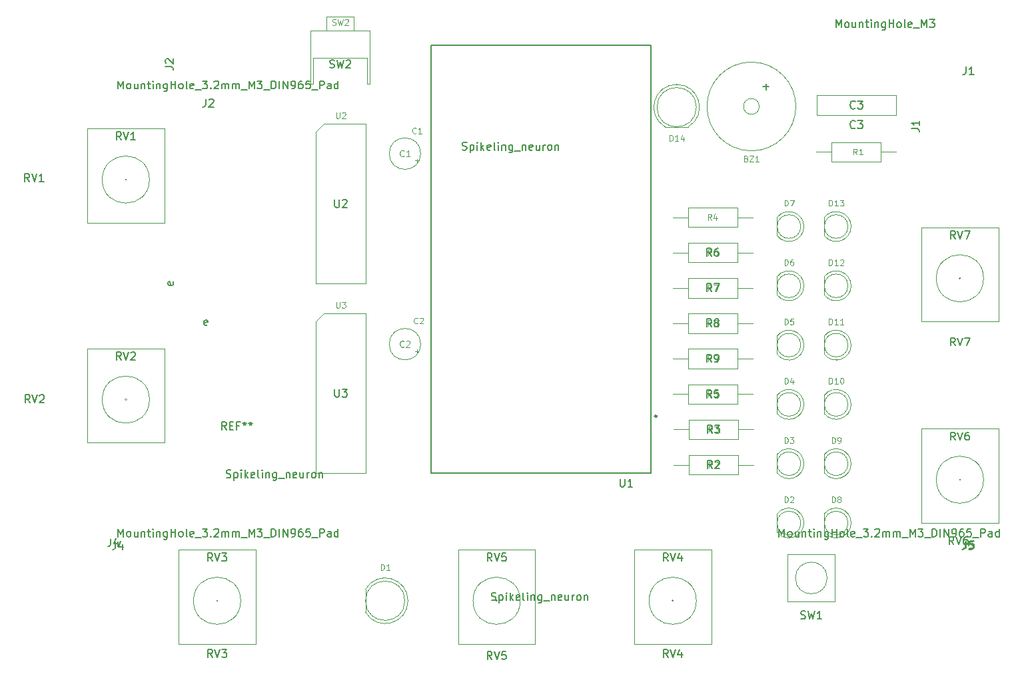
<source format=gbr>
%TF.GenerationSoftware,KiCad,Pcbnew,(6.0.4)*%
%TF.CreationDate,2022-10-02T13:18:35+02:00*%
%TF.ProjectId,Spikeling_V2.2b,5370696b-656c-4696-9e67-5f56322e3262,rev?*%
%TF.SameCoordinates,Original*%
%TF.FileFunction,AssemblyDrawing,Top*%
%FSLAX46Y46*%
G04 Gerber Fmt 4.6, Leading zero omitted, Abs format (unit mm)*
G04 Created by KiCad (PCBNEW (6.0.4)) date 2022-10-02 13:18:35*
%MOMM*%
%LPD*%
G01*
G04 APERTURE LIST*
%ADD10C,0.100000*%
%ADD11C,0.150000*%
%ADD12C,0.120000*%
%ADD13C,0.127000*%
%ADD14C,0.280000*%
G04 APERTURE END LIST*
D10*
%TO.C,D14*%
X176089285Y-65889285D02*
X176089285Y-65139285D01*
X176267857Y-65139285D01*
X176375000Y-65175000D01*
X176446428Y-65246428D01*
X176482142Y-65317857D01*
X176517857Y-65460714D01*
X176517857Y-65567857D01*
X176482142Y-65710714D01*
X176446428Y-65782142D01*
X176375000Y-65853571D01*
X176267857Y-65889285D01*
X176089285Y-65889285D01*
X177232142Y-65889285D02*
X176803571Y-65889285D01*
X177017857Y-65889285D02*
X177017857Y-65139285D01*
X176946428Y-65246428D01*
X176875000Y-65317857D01*
X176803571Y-65353571D01*
X177875000Y-65389285D02*
X177875000Y-65889285D01*
X177696428Y-65103571D02*
X177517857Y-65639285D01*
X177982142Y-65639285D01*
D11*
%TO.C, *%
X106023809Y-59252380D02*
X106023809Y-58252380D01*
X106357142Y-58966666D01*
X106690476Y-58252380D01*
X106690476Y-59252380D01*
X107309523Y-59252380D02*
X107214285Y-59204761D01*
X107166666Y-59157142D01*
X107119047Y-59061904D01*
X107119047Y-58776190D01*
X107166666Y-58680952D01*
X107214285Y-58633333D01*
X107309523Y-58585714D01*
X107452380Y-58585714D01*
X107547619Y-58633333D01*
X107595238Y-58680952D01*
X107642857Y-58776190D01*
X107642857Y-59061904D01*
X107595238Y-59157142D01*
X107547619Y-59204761D01*
X107452380Y-59252380D01*
X107309523Y-59252380D01*
X108500000Y-58585714D02*
X108500000Y-59252380D01*
X108071428Y-58585714D02*
X108071428Y-59109523D01*
X108119047Y-59204761D01*
X108214285Y-59252380D01*
X108357142Y-59252380D01*
X108452380Y-59204761D01*
X108500000Y-59157142D01*
X108976190Y-58585714D02*
X108976190Y-59252380D01*
X108976190Y-58680952D02*
X109023809Y-58633333D01*
X109119047Y-58585714D01*
X109261904Y-58585714D01*
X109357142Y-58633333D01*
X109404761Y-58728571D01*
X109404761Y-59252380D01*
X109738095Y-58585714D02*
X110119047Y-58585714D01*
X109880952Y-58252380D02*
X109880952Y-59109523D01*
X109928571Y-59204761D01*
X110023809Y-59252380D01*
X110119047Y-59252380D01*
X110452380Y-59252380D02*
X110452380Y-58585714D01*
X110452380Y-58252380D02*
X110404761Y-58300000D01*
X110452380Y-58347619D01*
X110500000Y-58300000D01*
X110452380Y-58252380D01*
X110452380Y-58347619D01*
X110928571Y-58585714D02*
X110928571Y-59252380D01*
X110928571Y-58680952D02*
X110976190Y-58633333D01*
X111071428Y-58585714D01*
X111214285Y-58585714D01*
X111309523Y-58633333D01*
X111357142Y-58728571D01*
X111357142Y-59252380D01*
X112261904Y-58585714D02*
X112261904Y-59395238D01*
X112214285Y-59490476D01*
X112166666Y-59538095D01*
X112071428Y-59585714D01*
X111928571Y-59585714D01*
X111833333Y-59538095D01*
X112261904Y-59204761D02*
X112166666Y-59252380D01*
X111976190Y-59252380D01*
X111880952Y-59204761D01*
X111833333Y-59157142D01*
X111785714Y-59061904D01*
X111785714Y-58776190D01*
X111833333Y-58680952D01*
X111880952Y-58633333D01*
X111976190Y-58585714D01*
X112166666Y-58585714D01*
X112261904Y-58633333D01*
X112738095Y-59252380D02*
X112738095Y-58252380D01*
X112738095Y-58728571D02*
X113309523Y-58728571D01*
X113309523Y-59252380D02*
X113309523Y-58252380D01*
X113928571Y-59252380D02*
X113833333Y-59204761D01*
X113785714Y-59157142D01*
X113738095Y-59061904D01*
X113738095Y-58776190D01*
X113785714Y-58680952D01*
X113833333Y-58633333D01*
X113928571Y-58585714D01*
X114071428Y-58585714D01*
X114166666Y-58633333D01*
X114214285Y-58680952D01*
X114261904Y-58776190D01*
X114261904Y-59061904D01*
X114214285Y-59157142D01*
X114166666Y-59204761D01*
X114071428Y-59252380D01*
X113928571Y-59252380D01*
X114833333Y-59252380D02*
X114738095Y-59204761D01*
X114690476Y-59109523D01*
X114690476Y-58252380D01*
X115595238Y-59204761D02*
X115500000Y-59252380D01*
X115309523Y-59252380D01*
X115214285Y-59204761D01*
X115166666Y-59109523D01*
X115166666Y-58728571D01*
X115214285Y-58633333D01*
X115309523Y-58585714D01*
X115500000Y-58585714D01*
X115595238Y-58633333D01*
X115642857Y-58728571D01*
X115642857Y-58823809D01*
X115166666Y-58919047D01*
X115833333Y-59347619D02*
X116595238Y-59347619D01*
X116738095Y-58252380D02*
X117357142Y-58252380D01*
X117023809Y-58633333D01*
X117166666Y-58633333D01*
X117261904Y-58680952D01*
X117309523Y-58728571D01*
X117357142Y-58823809D01*
X117357142Y-59061904D01*
X117309523Y-59157142D01*
X117261904Y-59204761D01*
X117166666Y-59252380D01*
X116880952Y-59252380D01*
X116785714Y-59204761D01*
X116738095Y-59157142D01*
X117785714Y-59157142D02*
X117833333Y-59204761D01*
X117785714Y-59252380D01*
X117738095Y-59204761D01*
X117785714Y-59157142D01*
X117785714Y-59252380D01*
X118214285Y-58347619D02*
X118261904Y-58300000D01*
X118357142Y-58252380D01*
X118595238Y-58252380D01*
X118690476Y-58300000D01*
X118738095Y-58347619D01*
X118785714Y-58442857D01*
X118785714Y-58538095D01*
X118738095Y-58680952D01*
X118166666Y-59252380D01*
X118785714Y-59252380D01*
X119214285Y-59252380D02*
X119214285Y-58585714D01*
X119214285Y-58680952D02*
X119261904Y-58633333D01*
X119357142Y-58585714D01*
X119500000Y-58585714D01*
X119595238Y-58633333D01*
X119642857Y-58728571D01*
X119642857Y-59252380D01*
X119642857Y-58728571D02*
X119690476Y-58633333D01*
X119785714Y-58585714D01*
X119928571Y-58585714D01*
X120023809Y-58633333D01*
X120071428Y-58728571D01*
X120071428Y-59252380D01*
X120547619Y-59252380D02*
X120547619Y-58585714D01*
X120547619Y-58680952D02*
X120595238Y-58633333D01*
X120690476Y-58585714D01*
X120833333Y-58585714D01*
X120928571Y-58633333D01*
X120976190Y-58728571D01*
X120976190Y-59252380D01*
X120976190Y-58728571D02*
X121023809Y-58633333D01*
X121119047Y-58585714D01*
X121261904Y-58585714D01*
X121357142Y-58633333D01*
X121404761Y-58728571D01*
X121404761Y-59252380D01*
X121642857Y-59347619D02*
X122404761Y-59347619D01*
X122642857Y-59252380D02*
X122642857Y-58252380D01*
X122976190Y-58966666D01*
X123309523Y-58252380D01*
X123309523Y-59252380D01*
X123690476Y-58252380D02*
X124309523Y-58252380D01*
X123976190Y-58633333D01*
X124119047Y-58633333D01*
X124214285Y-58680952D01*
X124261904Y-58728571D01*
X124309523Y-58823809D01*
X124309523Y-59061904D01*
X124261904Y-59157142D01*
X124214285Y-59204761D01*
X124119047Y-59252380D01*
X123833333Y-59252380D01*
X123738095Y-59204761D01*
X123690476Y-59157142D01*
X124500000Y-59347619D02*
X125261904Y-59347619D01*
X125500000Y-59252380D02*
X125500000Y-58252380D01*
X125738095Y-58252380D01*
X125880952Y-58300000D01*
X125976190Y-58395238D01*
X126023809Y-58490476D01*
X126071428Y-58680952D01*
X126071428Y-58823809D01*
X126023809Y-59014285D01*
X125976190Y-59109523D01*
X125880952Y-59204761D01*
X125738095Y-59252380D01*
X125500000Y-59252380D01*
X126500000Y-59252380D02*
X126500000Y-58252380D01*
X126976190Y-59252380D02*
X126976190Y-58252380D01*
X127547619Y-59252380D01*
X127547619Y-58252380D01*
X128071428Y-59252380D02*
X128261904Y-59252380D01*
X128357142Y-59204761D01*
X128404761Y-59157142D01*
X128500000Y-59014285D01*
X128547619Y-58823809D01*
X128547619Y-58442857D01*
X128500000Y-58347619D01*
X128452380Y-58300000D01*
X128357142Y-58252380D01*
X128166666Y-58252380D01*
X128071428Y-58300000D01*
X128023809Y-58347619D01*
X127976190Y-58442857D01*
X127976190Y-58680952D01*
X128023809Y-58776190D01*
X128071428Y-58823809D01*
X128166666Y-58871428D01*
X128357142Y-58871428D01*
X128452380Y-58823809D01*
X128500000Y-58776190D01*
X128547619Y-58680952D01*
X129404761Y-58252380D02*
X129214285Y-58252380D01*
X129119047Y-58300000D01*
X129071428Y-58347619D01*
X128976190Y-58490476D01*
X128928571Y-58680952D01*
X128928571Y-59061904D01*
X128976190Y-59157142D01*
X129023809Y-59204761D01*
X129119047Y-59252380D01*
X129309523Y-59252380D01*
X129404761Y-59204761D01*
X129452380Y-59157142D01*
X129500000Y-59061904D01*
X129500000Y-58823809D01*
X129452380Y-58728571D01*
X129404761Y-58680952D01*
X129309523Y-58633333D01*
X129119047Y-58633333D01*
X129023809Y-58680952D01*
X128976190Y-58728571D01*
X128928571Y-58823809D01*
X130404761Y-58252380D02*
X129928571Y-58252380D01*
X129880952Y-58728571D01*
X129928571Y-58680952D01*
X130023809Y-58633333D01*
X130261904Y-58633333D01*
X130357142Y-58680952D01*
X130404761Y-58728571D01*
X130452380Y-58823809D01*
X130452380Y-59061904D01*
X130404761Y-59157142D01*
X130357142Y-59204761D01*
X130261904Y-59252380D01*
X130023809Y-59252380D01*
X129928571Y-59204761D01*
X129880952Y-59157142D01*
X130642857Y-59347619D02*
X131404761Y-59347619D01*
X131642857Y-59252380D02*
X131642857Y-58252380D01*
X132023809Y-58252380D01*
X132119047Y-58300000D01*
X132166666Y-58347619D01*
X132214285Y-58442857D01*
X132214285Y-58585714D01*
X132166666Y-58680952D01*
X132119047Y-58728571D01*
X132023809Y-58776190D01*
X131642857Y-58776190D01*
X133071428Y-59252380D02*
X133071428Y-58728571D01*
X133023809Y-58633333D01*
X132928571Y-58585714D01*
X132738095Y-58585714D01*
X132642857Y-58633333D01*
X133071428Y-59204761D02*
X132976190Y-59252380D01*
X132738095Y-59252380D01*
X132642857Y-59204761D01*
X132595238Y-59109523D01*
X132595238Y-59014285D01*
X132642857Y-58919047D01*
X132738095Y-58871428D01*
X132976190Y-58871428D01*
X133071428Y-58823809D01*
X133976190Y-59252380D02*
X133976190Y-58252380D01*
X133976190Y-59204761D02*
X133880952Y-59252380D01*
X133690476Y-59252380D01*
X133595238Y-59204761D01*
X133547619Y-59157142D01*
X133499999Y-59061904D01*
X133499999Y-58776190D01*
X133547619Y-58680952D01*
X133595238Y-58633333D01*
X133690476Y-58585714D01*
X133880952Y-58585714D01*
X133976190Y-58633333D01*
D10*
%TO.C,D7*%
X190716428Y-74158285D02*
X190716428Y-73408285D01*
X190895000Y-73408285D01*
X191002142Y-73444000D01*
X191073571Y-73515428D01*
X191109285Y-73586857D01*
X191145000Y-73729714D01*
X191145000Y-73836857D01*
X191109285Y-73979714D01*
X191073571Y-74051142D01*
X191002142Y-74122571D01*
X190895000Y-74158285D01*
X190716428Y-74158285D01*
X191395000Y-73408285D02*
X191895000Y-73408285D01*
X191573571Y-74158285D01*
%TO.C,D2*%
X190716428Y-111883285D02*
X190716428Y-111133285D01*
X190895000Y-111133285D01*
X191002142Y-111169000D01*
X191073571Y-111240428D01*
X191109285Y-111311857D01*
X191145000Y-111454714D01*
X191145000Y-111561857D01*
X191109285Y-111704714D01*
X191073571Y-111776142D01*
X191002142Y-111847571D01*
X190895000Y-111883285D01*
X190716428Y-111883285D01*
X191430714Y-111204714D02*
X191466428Y-111169000D01*
X191537857Y-111133285D01*
X191716428Y-111133285D01*
X191787857Y-111169000D01*
X191823571Y-111204714D01*
X191859285Y-111276142D01*
X191859285Y-111347571D01*
X191823571Y-111454714D01*
X191395000Y-111883285D01*
X191859285Y-111883285D01*
%TO.C,R5*%
X181455000Y-98439285D02*
X181205000Y-98082142D01*
X181026428Y-98439285D02*
X181026428Y-97689285D01*
X181312142Y-97689285D01*
X181383571Y-97725000D01*
X181419285Y-97760714D01*
X181455000Y-97832142D01*
X181455000Y-97939285D01*
X181419285Y-98010714D01*
X181383571Y-98046428D01*
X181312142Y-98082142D01*
X181026428Y-98082142D01*
X182133571Y-97689285D02*
X181776428Y-97689285D01*
X181740714Y-98046428D01*
X181776428Y-98010714D01*
X181847857Y-97975000D01*
X182026428Y-97975000D01*
X182097857Y-98010714D01*
X182133571Y-98046428D01*
X182169285Y-98117857D01*
X182169285Y-98296428D01*
X182133571Y-98367857D01*
X182097857Y-98403571D01*
X182026428Y-98439285D01*
X181847857Y-98439285D01*
X181776428Y-98403571D01*
X181740714Y-98367857D01*
D11*
X181413333Y-98552380D02*
X181080000Y-98076190D01*
X180841904Y-98552380D02*
X180841904Y-97552380D01*
X181222857Y-97552380D01*
X181318095Y-97600000D01*
X181365714Y-97647619D01*
X181413333Y-97742857D01*
X181413333Y-97885714D01*
X181365714Y-97980952D01*
X181318095Y-98028571D01*
X181222857Y-98076190D01*
X180841904Y-98076190D01*
X182318095Y-97552380D02*
X181841904Y-97552380D01*
X181794285Y-98028571D01*
X181841904Y-97980952D01*
X181937142Y-97933333D01*
X182175238Y-97933333D01*
X182270476Y-97980952D01*
X182318095Y-98028571D01*
X182365714Y-98123809D01*
X182365714Y-98361904D01*
X182318095Y-98457142D01*
X182270476Y-98504761D01*
X182175238Y-98552380D01*
X181937142Y-98552380D01*
X181841904Y-98504761D01*
X181794285Y-98457142D01*
D10*
%TO.C,U3*%
X133738571Y-86384285D02*
X133738571Y-86991428D01*
X133774285Y-87062857D01*
X133810000Y-87098571D01*
X133881428Y-87134285D01*
X134024285Y-87134285D01*
X134095714Y-87098571D01*
X134131428Y-87062857D01*
X134167142Y-86991428D01*
X134167142Y-86384285D01*
X134452857Y-86384285D02*
X134917142Y-86384285D01*
X134667142Y-86670000D01*
X134774285Y-86670000D01*
X134845714Y-86705714D01*
X134881428Y-86741428D01*
X134917142Y-86812857D01*
X134917142Y-86991428D01*
X134881428Y-87062857D01*
X134845714Y-87098571D01*
X134774285Y-87134285D01*
X134560000Y-87134285D01*
X134488571Y-87098571D01*
X134452857Y-87062857D01*
D11*
X133548095Y-97467380D02*
X133548095Y-98276904D01*
X133595714Y-98372142D01*
X133643333Y-98419761D01*
X133738571Y-98467380D01*
X133929047Y-98467380D01*
X134024285Y-98419761D01*
X134071904Y-98372142D01*
X134119523Y-98276904D01*
X134119523Y-97467380D01*
X134500476Y-97467380D02*
X135119523Y-97467380D01*
X134786190Y-97848333D01*
X134929047Y-97848333D01*
X135024285Y-97895952D01*
X135071904Y-97943571D01*
X135119523Y-98038809D01*
X135119523Y-98276904D01*
X135071904Y-98372142D01*
X135024285Y-98419761D01*
X134929047Y-98467380D01*
X134643333Y-98467380D01*
X134548095Y-98419761D01*
X134500476Y-98372142D01*
%TO.C,RV6*%
X212204761Y-117252380D02*
X211871428Y-116776190D01*
X211633333Y-117252380D02*
X211633333Y-116252380D01*
X212014285Y-116252380D01*
X212109523Y-116300000D01*
X212157142Y-116347619D01*
X212204761Y-116442857D01*
X212204761Y-116585714D01*
X212157142Y-116680952D01*
X212109523Y-116728571D01*
X212014285Y-116776190D01*
X211633333Y-116776190D01*
X212490476Y-116252380D02*
X212823809Y-117252380D01*
X213157142Y-116252380D01*
X213919047Y-116252380D02*
X213728571Y-116252380D01*
X213633333Y-116300000D01*
X213585714Y-116347619D01*
X213490476Y-116490476D01*
X213442857Y-116680952D01*
X213442857Y-117061904D01*
X213490476Y-117157142D01*
X213538095Y-117204761D01*
X213633333Y-117252380D01*
X213823809Y-117252380D01*
X213919047Y-117204761D01*
X213966666Y-117157142D01*
X214014285Y-117061904D01*
X214014285Y-116823809D01*
X213966666Y-116728571D01*
X213919047Y-116680952D01*
X213823809Y-116633333D01*
X213633333Y-116633333D01*
X213538095Y-116680952D01*
X213490476Y-116728571D01*
X213442857Y-116823809D01*
X212404761Y-103952380D02*
X212071428Y-103476190D01*
X211833333Y-103952380D02*
X211833333Y-102952380D01*
X212214285Y-102952380D01*
X212309523Y-103000000D01*
X212357142Y-103047619D01*
X212404761Y-103142857D01*
X212404761Y-103285714D01*
X212357142Y-103380952D01*
X212309523Y-103428571D01*
X212214285Y-103476190D01*
X211833333Y-103476190D01*
X212690476Y-102952380D02*
X213023809Y-103952380D01*
X213357142Y-102952380D01*
X214119047Y-102952380D02*
X213928571Y-102952380D01*
X213833333Y-103000000D01*
X213785714Y-103047619D01*
X213690476Y-103190476D01*
X213642857Y-103380952D01*
X213642857Y-103761904D01*
X213690476Y-103857142D01*
X213738095Y-103904761D01*
X213833333Y-103952380D01*
X214023809Y-103952380D01*
X214119047Y-103904761D01*
X214166666Y-103857142D01*
X214214285Y-103761904D01*
X214214285Y-103523809D01*
X214166666Y-103428571D01*
X214119047Y-103380952D01*
X214023809Y-103333333D01*
X213833333Y-103333333D01*
X213738095Y-103380952D01*
X213690476Y-103428571D01*
X213642857Y-103523809D01*
%TO.C,RV4*%
X175904761Y-131602380D02*
X175571428Y-131126190D01*
X175333333Y-131602380D02*
X175333333Y-130602380D01*
X175714285Y-130602380D01*
X175809523Y-130650000D01*
X175857142Y-130697619D01*
X175904761Y-130792857D01*
X175904761Y-130935714D01*
X175857142Y-131030952D01*
X175809523Y-131078571D01*
X175714285Y-131126190D01*
X175333333Y-131126190D01*
X176190476Y-130602380D02*
X176523809Y-131602380D01*
X176857142Y-130602380D01*
X177619047Y-130935714D02*
X177619047Y-131602380D01*
X177380952Y-130554761D02*
X177142857Y-131269047D01*
X177761904Y-131269047D01*
X175904761Y-119352380D02*
X175571428Y-118876190D01*
X175333333Y-119352380D02*
X175333333Y-118352380D01*
X175714285Y-118352380D01*
X175809523Y-118400000D01*
X175857142Y-118447619D01*
X175904761Y-118542857D01*
X175904761Y-118685714D01*
X175857142Y-118780952D01*
X175809523Y-118828571D01*
X175714285Y-118876190D01*
X175333333Y-118876190D01*
X176190476Y-118352380D02*
X176523809Y-119352380D01*
X176857142Y-118352380D01*
X177619047Y-118685714D02*
X177619047Y-119352380D01*
X177380952Y-118304761D02*
X177142857Y-119019047D01*
X177761904Y-119019047D01*
%TO.C,.*%
X153457142Y-124304761D02*
X153600000Y-124352380D01*
X153838095Y-124352380D01*
X153933333Y-124304761D01*
X153980952Y-124257142D01*
X154028571Y-124161904D01*
X154028571Y-124066666D01*
X153980952Y-123971428D01*
X153933333Y-123923809D01*
X153838095Y-123876190D01*
X153647619Y-123828571D01*
X153552380Y-123780952D01*
X153504761Y-123733333D01*
X153457142Y-123638095D01*
X153457142Y-123542857D01*
X153504761Y-123447619D01*
X153552380Y-123400000D01*
X153647619Y-123352380D01*
X153885714Y-123352380D01*
X154028571Y-123400000D01*
X154457142Y-123685714D02*
X154457142Y-124685714D01*
X154457142Y-123733333D02*
X154552380Y-123685714D01*
X154742857Y-123685714D01*
X154838095Y-123733333D01*
X154885714Y-123780952D01*
X154933333Y-123876190D01*
X154933333Y-124161904D01*
X154885714Y-124257142D01*
X154838095Y-124304761D01*
X154742857Y-124352380D01*
X154552380Y-124352380D01*
X154457142Y-124304761D01*
X155361904Y-124352380D02*
X155361904Y-123685714D01*
X155361904Y-123352380D02*
X155314285Y-123400000D01*
X155361904Y-123447619D01*
X155409523Y-123400000D01*
X155361904Y-123352380D01*
X155361904Y-123447619D01*
X155838095Y-124352380D02*
X155838095Y-123352380D01*
X155933333Y-123971428D02*
X156219047Y-124352380D01*
X156219047Y-123685714D02*
X155838095Y-124066666D01*
X157028571Y-124304761D02*
X156933333Y-124352380D01*
X156742857Y-124352380D01*
X156647619Y-124304761D01*
X156600000Y-124209523D01*
X156600000Y-123828571D01*
X156647619Y-123733333D01*
X156742857Y-123685714D01*
X156933333Y-123685714D01*
X157028571Y-123733333D01*
X157076190Y-123828571D01*
X157076190Y-123923809D01*
X156600000Y-124019047D01*
X157647619Y-124352380D02*
X157552380Y-124304761D01*
X157504761Y-124209523D01*
X157504761Y-123352380D01*
X158028571Y-124352380D02*
X158028571Y-123685714D01*
X158028571Y-123352380D02*
X157980952Y-123400000D01*
X158028571Y-123447619D01*
X158076190Y-123400000D01*
X158028571Y-123352380D01*
X158028571Y-123447619D01*
X158504761Y-123685714D02*
X158504761Y-124352380D01*
X158504761Y-123780952D02*
X158552380Y-123733333D01*
X158647619Y-123685714D01*
X158790476Y-123685714D01*
X158885714Y-123733333D01*
X158933333Y-123828571D01*
X158933333Y-124352380D01*
X159838095Y-123685714D02*
X159838095Y-124495238D01*
X159790476Y-124590476D01*
X159742857Y-124638095D01*
X159647619Y-124685714D01*
X159504761Y-124685714D01*
X159409523Y-124638095D01*
X159838095Y-124304761D02*
X159742857Y-124352380D01*
X159552380Y-124352380D01*
X159457142Y-124304761D01*
X159409523Y-124257142D01*
X159361904Y-124161904D01*
X159361904Y-123876190D01*
X159409523Y-123780952D01*
X159457142Y-123733333D01*
X159552380Y-123685714D01*
X159742857Y-123685714D01*
X159838095Y-123733333D01*
X160076190Y-124447619D02*
X160838095Y-124447619D01*
X161076190Y-123685714D02*
X161076190Y-124352380D01*
X161076190Y-123780952D02*
X161123809Y-123733333D01*
X161219047Y-123685714D01*
X161361904Y-123685714D01*
X161457142Y-123733333D01*
X161504761Y-123828571D01*
X161504761Y-124352380D01*
X162361904Y-124304761D02*
X162266666Y-124352380D01*
X162076190Y-124352380D01*
X161980952Y-124304761D01*
X161933333Y-124209523D01*
X161933333Y-123828571D01*
X161980952Y-123733333D01*
X162076190Y-123685714D01*
X162266666Y-123685714D01*
X162361904Y-123733333D01*
X162409523Y-123828571D01*
X162409523Y-123923809D01*
X161933333Y-124019047D01*
X163266666Y-123685714D02*
X163266666Y-124352380D01*
X162838095Y-123685714D02*
X162838095Y-124209523D01*
X162885714Y-124304761D01*
X162980952Y-124352380D01*
X163123809Y-124352380D01*
X163219047Y-124304761D01*
X163266666Y-124257142D01*
X163742857Y-124352380D02*
X163742857Y-123685714D01*
X163742857Y-123876190D02*
X163790476Y-123780952D01*
X163838095Y-123733333D01*
X163933333Y-123685714D01*
X164028571Y-123685714D01*
X164504761Y-124352380D02*
X164409523Y-124304761D01*
X164361904Y-124257142D01*
X164314285Y-124161904D01*
X164314285Y-123876190D01*
X164361904Y-123780952D01*
X164409523Y-123733333D01*
X164504761Y-123685714D01*
X164647619Y-123685714D01*
X164742857Y-123733333D01*
X164790476Y-123780952D01*
X164838095Y-123876190D01*
X164838095Y-124161904D01*
X164790476Y-124257142D01*
X164742857Y-124304761D01*
X164647619Y-124352380D01*
X164504761Y-124352380D01*
X165266666Y-123685714D02*
X165266666Y-124352380D01*
X165266666Y-123780952D02*
X165314285Y-123733333D01*
X165409523Y-123685714D01*
X165552380Y-123685714D01*
X165647619Y-123733333D01*
X165695238Y-123828571D01*
X165695238Y-124352380D01*
%TO.C,J2*%
X117149166Y-60552380D02*
X117149166Y-61266666D01*
X117101547Y-61409523D01*
X117006309Y-61504761D01*
X116863452Y-61552380D01*
X116768214Y-61552380D01*
X117577738Y-60647619D02*
X117625357Y-60600000D01*
X117720595Y-60552380D01*
X117958690Y-60552380D01*
X118053928Y-60600000D01*
X118101547Y-60647619D01*
X118149166Y-60742857D01*
X118149166Y-60838095D01*
X118101547Y-60980952D01*
X117530119Y-61552380D01*
X118149166Y-61552380D01*
X112034880Y-56433333D02*
X112749166Y-56433333D01*
X112892023Y-56480952D01*
X112987261Y-56576190D01*
X113034880Y-56719047D01*
X113034880Y-56814285D01*
X112130119Y-56004761D02*
X112082500Y-55957142D01*
X112034880Y-55861904D01*
X112034880Y-55623809D01*
X112082500Y-55528571D01*
X112130119Y-55480952D01*
X112225357Y-55433333D01*
X112320595Y-55433333D01*
X112463452Y-55480952D01*
X113034880Y-56052380D01*
X113034880Y-55433333D01*
%TO.C,J1*%
X213766666Y-56452380D02*
X213766666Y-57166666D01*
X213719047Y-57309523D01*
X213623809Y-57404761D01*
X213480952Y-57452380D01*
X213385714Y-57452380D01*
X214766666Y-57452380D02*
X214195238Y-57452380D01*
X214480952Y-57452380D02*
X214480952Y-56452380D01*
X214385714Y-56595238D01*
X214290476Y-56690476D01*
X214195238Y-56738095D01*
X206852380Y-64333333D02*
X207566666Y-64333333D01*
X207709523Y-64380952D01*
X207804761Y-64476190D01*
X207852380Y-64619047D01*
X207852380Y-64714285D01*
X207852380Y-63333333D02*
X207852380Y-63904761D01*
X207852380Y-63619047D02*
X206852380Y-63619047D01*
X206995238Y-63714285D01*
X207090476Y-63809523D01*
X207138095Y-63904761D01*
%TO.C,RV1*%
X94754761Y-71052380D02*
X94421428Y-70576190D01*
X94183333Y-71052380D02*
X94183333Y-70052380D01*
X94564285Y-70052380D01*
X94659523Y-70100000D01*
X94707142Y-70147619D01*
X94754761Y-70242857D01*
X94754761Y-70385714D01*
X94707142Y-70480952D01*
X94659523Y-70528571D01*
X94564285Y-70576190D01*
X94183333Y-70576190D01*
X95040476Y-70052380D02*
X95373809Y-71052380D01*
X95707142Y-70052380D01*
X96564285Y-71052380D02*
X95992857Y-71052380D01*
X96278571Y-71052380D02*
X96278571Y-70052380D01*
X96183333Y-70195238D01*
X96088095Y-70290476D01*
X95992857Y-70338095D01*
X106404761Y-65752380D02*
X106071428Y-65276190D01*
X105833333Y-65752380D02*
X105833333Y-64752380D01*
X106214285Y-64752380D01*
X106309523Y-64800000D01*
X106357142Y-64847619D01*
X106404761Y-64942857D01*
X106404761Y-65085714D01*
X106357142Y-65180952D01*
X106309523Y-65228571D01*
X106214285Y-65276190D01*
X105833333Y-65276190D01*
X106690476Y-64752380D02*
X107023809Y-65752380D01*
X107357142Y-64752380D01*
X108214285Y-65752380D02*
X107642857Y-65752380D01*
X107928571Y-65752380D02*
X107928571Y-64752380D01*
X107833333Y-64895238D01*
X107738095Y-64990476D01*
X107642857Y-65038095D01*
%TO.C,REF\u002A\u002A*%
X119766666Y-102652380D02*
X119433333Y-102176190D01*
X119195238Y-102652380D02*
X119195238Y-101652380D01*
X119576190Y-101652380D01*
X119671428Y-101700000D01*
X119719047Y-101747619D01*
X119766666Y-101842857D01*
X119766666Y-101985714D01*
X119719047Y-102080952D01*
X119671428Y-102128571D01*
X119576190Y-102176190D01*
X119195238Y-102176190D01*
X120195238Y-102128571D02*
X120528571Y-102128571D01*
X120671428Y-102652380D02*
X120195238Y-102652380D01*
X120195238Y-101652380D01*
X120671428Y-101652380D01*
X121433333Y-102128571D02*
X121100000Y-102128571D01*
X121100000Y-102652380D02*
X121100000Y-101652380D01*
X121576190Y-101652380D01*
X122100000Y-101652380D02*
X122100000Y-101890476D01*
X121861904Y-101795238D02*
X122100000Y-101890476D01*
X122338095Y-101795238D01*
X121957142Y-102080952D02*
X122100000Y-101890476D01*
X122242857Y-102080952D01*
X122861904Y-101652380D02*
X122861904Y-101890476D01*
X122623809Y-101795238D02*
X122861904Y-101890476D01*
X123100000Y-101795238D01*
X122719047Y-102080952D02*
X122861904Y-101890476D01*
X123004761Y-102080952D01*
X119757142Y-108704761D02*
X119900000Y-108752380D01*
X120138095Y-108752380D01*
X120233333Y-108704761D01*
X120280952Y-108657142D01*
X120328571Y-108561904D01*
X120328571Y-108466666D01*
X120280952Y-108371428D01*
X120233333Y-108323809D01*
X120138095Y-108276190D01*
X119947619Y-108228571D01*
X119852380Y-108180952D01*
X119804761Y-108133333D01*
X119757142Y-108038095D01*
X119757142Y-107942857D01*
X119804761Y-107847619D01*
X119852380Y-107800000D01*
X119947619Y-107752380D01*
X120185714Y-107752380D01*
X120328571Y-107800000D01*
X120757142Y-108085714D02*
X120757142Y-109085714D01*
X120757142Y-108133333D02*
X120852380Y-108085714D01*
X121042857Y-108085714D01*
X121138095Y-108133333D01*
X121185714Y-108180952D01*
X121233333Y-108276190D01*
X121233333Y-108561904D01*
X121185714Y-108657142D01*
X121138095Y-108704761D01*
X121042857Y-108752380D01*
X120852380Y-108752380D01*
X120757142Y-108704761D01*
X121661904Y-108752380D02*
X121661904Y-108085714D01*
X121661904Y-107752380D02*
X121614285Y-107800000D01*
X121661904Y-107847619D01*
X121709523Y-107800000D01*
X121661904Y-107752380D01*
X121661904Y-107847619D01*
X122138095Y-108752380D02*
X122138095Y-107752380D01*
X122233333Y-108371428D02*
X122519047Y-108752380D01*
X122519047Y-108085714D02*
X122138095Y-108466666D01*
X123328571Y-108704761D02*
X123233333Y-108752380D01*
X123042857Y-108752380D01*
X122947619Y-108704761D01*
X122900000Y-108609523D01*
X122900000Y-108228571D01*
X122947619Y-108133333D01*
X123042857Y-108085714D01*
X123233333Y-108085714D01*
X123328571Y-108133333D01*
X123376190Y-108228571D01*
X123376190Y-108323809D01*
X122900000Y-108419047D01*
X123947619Y-108752380D02*
X123852380Y-108704761D01*
X123804761Y-108609523D01*
X123804761Y-107752380D01*
X124328571Y-108752380D02*
X124328571Y-108085714D01*
X124328571Y-107752380D02*
X124280952Y-107800000D01*
X124328571Y-107847619D01*
X124376190Y-107800000D01*
X124328571Y-107752380D01*
X124328571Y-107847619D01*
X124804761Y-108085714D02*
X124804761Y-108752380D01*
X124804761Y-108180952D02*
X124852380Y-108133333D01*
X124947619Y-108085714D01*
X125090476Y-108085714D01*
X125185714Y-108133333D01*
X125233333Y-108228571D01*
X125233333Y-108752380D01*
X126138095Y-108085714D02*
X126138095Y-108895238D01*
X126090476Y-108990476D01*
X126042857Y-109038095D01*
X125947619Y-109085714D01*
X125804761Y-109085714D01*
X125709523Y-109038095D01*
X126138095Y-108704761D02*
X126042857Y-108752380D01*
X125852380Y-108752380D01*
X125757142Y-108704761D01*
X125709523Y-108657142D01*
X125661904Y-108561904D01*
X125661904Y-108276190D01*
X125709523Y-108180952D01*
X125757142Y-108133333D01*
X125852380Y-108085714D01*
X126042857Y-108085714D01*
X126138095Y-108133333D01*
X126376190Y-108847619D02*
X127138095Y-108847619D01*
X127376190Y-108085714D02*
X127376190Y-108752380D01*
X127376190Y-108180952D02*
X127423809Y-108133333D01*
X127519047Y-108085714D01*
X127661904Y-108085714D01*
X127757142Y-108133333D01*
X127804761Y-108228571D01*
X127804761Y-108752380D01*
X128661904Y-108704761D02*
X128566666Y-108752380D01*
X128376190Y-108752380D01*
X128280952Y-108704761D01*
X128233333Y-108609523D01*
X128233333Y-108228571D01*
X128280952Y-108133333D01*
X128376190Y-108085714D01*
X128566666Y-108085714D01*
X128661904Y-108133333D01*
X128709523Y-108228571D01*
X128709523Y-108323809D01*
X128233333Y-108419047D01*
X129566666Y-108085714D02*
X129566666Y-108752380D01*
X129138095Y-108085714D02*
X129138095Y-108609523D01*
X129185714Y-108704761D01*
X129280952Y-108752380D01*
X129423809Y-108752380D01*
X129519047Y-108704761D01*
X129566666Y-108657142D01*
X130042857Y-108752380D02*
X130042857Y-108085714D01*
X130042857Y-108276190D02*
X130090476Y-108180952D01*
X130138095Y-108133333D01*
X130233333Y-108085714D01*
X130328571Y-108085714D01*
X130804761Y-108752380D02*
X130709523Y-108704761D01*
X130661904Y-108657142D01*
X130614285Y-108561904D01*
X130614285Y-108276190D01*
X130661904Y-108180952D01*
X130709523Y-108133333D01*
X130804761Y-108085714D01*
X130947619Y-108085714D01*
X131042857Y-108133333D01*
X131090476Y-108180952D01*
X131138095Y-108276190D01*
X131138095Y-108561904D01*
X131090476Y-108657142D01*
X131042857Y-108704761D01*
X130947619Y-108752380D01*
X130804761Y-108752380D01*
X131566666Y-108085714D02*
X131566666Y-108752380D01*
X131566666Y-108180952D02*
X131614285Y-108133333D01*
X131709523Y-108085714D01*
X131852380Y-108085714D01*
X131947619Y-108133333D01*
X131995238Y-108228571D01*
X131995238Y-108752380D01*
D10*
%TO.C,D4*%
X190716428Y-96793285D02*
X190716428Y-96043285D01*
X190895000Y-96043285D01*
X191002142Y-96079000D01*
X191073571Y-96150428D01*
X191109285Y-96221857D01*
X191145000Y-96364714D01*
X191145000Y-96471857D01*
X191109285Y-96614714D01*
X191073571Y-96686142D01*
X191002142Y-96757571D01*
X190895000Y-96793285D01*
X190716428Y-96793285D01*
X191787857Y-96293285D02*
X191787857Y-96793285D01*
X191609285Y-96007571D02*
X191430714Y-96543285D01*
X191895000Y-96543285D01*
D11*
%TO.C,RV3*%
X118004761Y-131602380D02*
X117671428Y-131126190D01*
X117433333Y-131602380D02*
X117433333Y-130602380D01*
X117814285Y-130602380D01*
X117909523Y-130650000D01*
X117957142Y-130697619D01*
X118004761Y-130792857D01*
X118004761Y-130935714D01*
X117957142Y-131030952D01*
X117909523Y-131078571D01*
X117814285Y-131126190D01*
X117433333Y-131126190D01*
X118290476Y-130602380D02*
X118623809Y-131602380D01*
X118957142Y-130602380D01*
X119195238Y-130602380D02*
X119814285Y-130602380D01*
X119480952Y-130983333D01*
X119623809Y-130983333D01*
X119719047Y-131030952D01*
X119766666Y-131078571D01*
X119814285Y-131173809D01*
X119814285Y-131411904D01*
X119766666Y-131507142D01*
X119719047Y-131554761D01*
X119623809Y-131602380D01*
X119338095Y-131602380D01*
X119242857Y-131554761D01*
X119195238Y-131507142D01*
X118004761Y-119352380D02*
X117671428Y-118876190D01*
X117433333Y-119352380D02*
X117433333Y-118352380D01*
X117814285Y-118352380D01*
X117909523Y-118400000D01*
X117957142Y-118447619D01*
X118004761Y-118542857D01*
X118004761Y-118685714D01*
X117957142Y-118780952D01*
X117909523Y-118828571D01*
X117814285Y-118876190D01*
X117433333Y-118876190D01*
X118290476Y-118352380D02*
X118623809Y-119352380D01*
X118957142Y-118352380D01*
X119195238Y-118352380D02*
X119814285Y-118352380D01*
X119480952Y-118733333D01*
X119623809Y-118733333D01*
X119719047Y-118780952D01*
X119766666Y-118828571D01*
X119814285Y-118923809D01*
X119814285Y-119161904D01*
X119766666Y-119257142D01*
X119719047Y-119304761D01*
X119623809Y-119352380D01*
X119338095Y-119352380D01*
X119242857Y-119304761D01*
X119195238Y-119257142D01*
D10*
%TO.C,R3*%
X181555000Y-102939285D02*
X181305000Y-102582142D01*
X181126428Y-102939285D02*
X181126428Y-102189285D01*
X181412142Y-102189285D01*
X181483571Y-102225000D01*
X181519285Y-102260714D01*
X181555000Y-102332142D01*
X181555000Y-102439285D01*
X181519285Y-102510714D01*
X181483571Y-102546428D01*
X181412142Y-102582142D01*
X181126428Y-102582142D01*
X181805000Y-102189285D02*
X182269285Y-102189285D01*
X182019285Y-102475000D01*
X182126428Y-102475000D01*
X182197857Y-102510714D01*
X182233571Y-102546428D01*
X182269285Y-102617857D01*
X182269285Y-102796428D01*
X182233571Y-102867857D01*
X182197857Y-102903571D01*
X182126428Y-102939285D01*
X181912142Y-102939285D01*
X181840714Y-102903571D01*
X181805000Y-102867857D01*
D11*
X181513333Y-103052380D02*
X181180000Y-102576190D01*
X180941904Y-103052380D02*
X180941904Y-102052380D01*
X181322857Y-102052380D01*
X181418095Y-102100000D01*
X181465714Y-102147619D01*
X181513333Y-102242857D01*
X181513333Y-102385714D01*
X181465714Y-102480952D01*
X181418095Y-102528571D01*
X181322857Y-102576190D01*
X180941904Y-102576190D01*
X181846666Y-102052380D02*
X182465714Y-102052380D01*
X182132380Y-102433333D01*
X182275238Y-102433333D01*
X182370476Y-102480952D01*
X182418095Y-102528571D01*
X182465714Y-102623809D01*
X182465714Y-102861904D01*
X182418095Y-102957142D01*
X182370476Y-103004761D01*
X182275238Y-103052380D01*
X181989523Y-103052380D01*
X181894285Y-103004761D01*
X181846666Y-102957142D01*
%TO.C, *%
X197285714Y-51452380D02*
X197285714Y-50452380D01*
X197619047Y-51166666D01*
X197952380Y-50452380D01*
X197952380Y-51452380D01*
X198571428Y-51452380D02*
X198476190Y-51404761D01*
X198428571Y-51357142D01*
X198380952Y-51261904D01*
X198380952Y-50976190D01*
X198428571Y-50880952D01*
X198476190Y-50833333D01*
X198571428Y-50785714D01*
X198714285Y-50785714D01*
X198809523Y-50833333D01*
X198857142Y-50880952D01*
X198904761Y-50976190D01*
X198904761Y-51261904D01*
X198857142Y-51357142D01*
X198809523Y-51404761D01*
X198714285Y-51452380D01*
X198571428Y-51452380D01*
X199761904Y-50785714D02*
X199761904Y-51452380D01*
X199333333Y-50785714D02*
X199333333Y-51309523D01*
X199380952Y-51404761D01*
X199476190Y-51452380D01*
X199619047Y-51452380D01*
X199714285Y-51404761D01*
X199761904Y-51357142D01*
X200238095Y-50785714D02*
X200238095Y-51452380D01*
X200238095Y-50880952D02*
X200285714Y-50833333D01*
X200380952Y-50785714D01*
X200523809Y-50785714D01*
X200619047Y-50833333D01*
X200666666Y-50928571D01*
X200666666Y-51452380D01*
X201000000Y-50785714D02*
X201380952Y-50785714D01*
X201142857Y-50452380D02*
X201142857Y-51309523D01*
X201190476Y-51404761D01*
X201285714Y-51452380D01*
X201380952Y-51452380D01*
X201714285Y-51452380D02*
X201714285Y-50785714D01*
X201714285Y-50452380D02*
X201666666Y-50500000D01*
X201714285Y-50547619D01*
X201761904Y-50500000D01*
X201714285Y-50452380D01*
X201714285Y-50547619D01*
X202190476Y-50785714D02*
X202190476Y-51452380D01*
X202190476Y-50880952D02*
X202238095Y-50833333D01*
X202333333Y-50785714D01*
X202476190Y-50785714D01*
X202571428Y-50833333D01*
X202619047Y-50928571D01*
X202619047Y-51452380D01*
X203523809Y-50785714D02*
X203523809Y-51595238D01*
X203476190Y-51690476D01*
X203428571Y-51738095D01*
X203333333Y-51785714D01*
X203190476Y-51785714D01*
X203095238Y-51738095D01*
X203523809Y-51404761D02*
X203428571Y-51452380D01*
X203238095Y-51452380D01*
X203142857Y-51404761D01*
X203095238Y-51357142D01*
X203047619Y-51261904D01*
X203047619Y-50976190D01*
X203095238Y-50880952D01*
X203142857Y-50833333D01*
X203238095Y-50785714D01*
X203428571Y-50785714D01*
X203523809Y-50833333D01*
X204000000Y-51452380D02*
X204000000Y-50452380D01*
X204000000Y-50928571D02*
X204571428Y-50928571D01*
X204571428Y-51452380D02*
X204571428Y-50452380D01*
X205190476Y-51452380D02*
X205095238Y-51404761D01*
X205047619Y-51357142D01*
X205000000Y-51261904D01*
X205000000Y-50976190D01*
X205047619Y-50880952D01*
X205095238Y-50833333D01*
X205190476Y-50785714D01*
X205333333Y-50785714D01*
X205428571Y-50833333D01*
X205476190Y-50880952D01*
X205523809Y-50976190D01*
X205523809Y-51261904D01*
X205476190Y-51357142D01*
X205428571Y-51404761D01*
X205333333Y-51452380D01*
X205190476Y-51452380D01*
X206095238Y-51452380D02*
X206000000Y-51404761D01*
X205952380Y-51309523D01*
X205952380Y-50452380D01*
X206857142Y-51404761D02*
X206761904Y-51452380D01*
X206571428Y-51452380D01*
X206476190Y-51404761D01*
X206428571Y-51309523D01*
X206428571Y-50928571D01*
X206476190Y-50833333D01*
X206571428Y-50785714D01*
X206761904Y-50785714D01*
X206857142Y-50833333D01*
X206904761Y-50928571D01*
X206904761Y-51023809D01*
X206428571Y-51119047D01*
X207095238Y-51547619D02*
X207857142Y-51547619D01*
X208095238Y-51452380D02*
X208095238Y-50452380D01*
X208428571Y-51166666D01*
X208761904Y-50452380D01*
X208761904Y-51452380D01*
X209142857Y-50452380D02*
X209761904Y-50452380D01*
X209428571Y-50833333D01*
X209571428Y-50833333D01*
X209666666Y-50880952D01*
X209714285Y-50928571D01*
X209761904Y-51023809D01*
X209761904Y-51261904D01*
X209714285Y-51357142D01*
X209666666Y-51404761D01*
X209571428Y-51452380D01*
X209285714Y-51452380D01*
X209190476Y-51404761D01*
X209142857Y-51357142D01*
D10*
%TO.C,U2*%
X133738571Y-62259285D02*
X133738571Y-62866428D01*
X133774285Y-62937857D01*
X133810000Y-62973571D01*
X133881428Y-63009285D01*
X134024285Y-63009285D01*
X134095714Y-62973571D01*
X134131428Y-62937857D01*
X134167142Y-62866428D01*
X134167142Y-62259285D01*
X134488571Y-62330714D02*
X134524285Y-62295000D01*
X134595714Y-62259285D01*
X134774285Y-62259285D01*
X134845714Y-62295000D01*
X134881428Y-62330714D01*
X134917142Y-62402142D01*
X134917142Y-62473571D01*
X134881428Y-62580714D01*
X134452857Y-63009285D01*
X134917142Y-63009285D01*
D11*
X133548095Y-73342380D02*
X133548095Y-74151904D01*
X133595714Y-74247142D01*
X133643333Y-74294761D01*
X133738571Y-74342380D01*
X133929047Y-74342380D01*
X134024285Y-74294761D01*
X134071904Y-74247142D01*
X134119523Y-74151904D01*
X134119523Y-73342380D01*
X134548095Y-73437619D02*
X134595714Y-73390000D01*
X134690952Y-73342380D01*
X134929047Y-73342380D01*
X135024285Y-73390000D01*
X135071904Y-73437619D01*
X135119523Y-73532857D01*
X135119523Y-73628095D01*
X135071904Y-73770952D01*
X134500476Y-74342380D01*
X135119523Y-74342380D01*
D10*
%TO.C,C2*%
X144075000Y-89067857D02*
X144039285Y-89103571D01*
X143932142Y-89139285D01*
X143860714Y-89139285D01*
X143753571Y-89103571D01*
X143682142Y-89032142D01*
X143646428Y-88960714D01*
X143610714Y-88817857D01*
X143610714Y-88710714D01*
X143646428Y-88567857D01*
X143682142Y-88496428D01*
X143753571Y-88425000D01*
X143860714Y-88389285D01*
X143932142Y-88389285D01*
X144039285Y-88425000D01*
X144075000Y-88460714D01*
X144360714Y-88460714D02*
X144396428Y-88425000D01*
X144467857Y-88389285D01*
X144646428Y-88389285D01*
X144717857Y-88425000D01*
X144753571Y-88460714D01*
X144789285Y-88532142D01*
X144789285Y-88603571D01*
X144753571Y-88710714D01*
X144325000Y-89139285D01*
X144789285Y-89139285D01*
D12*
X142339266Y-92035714D02*
X142301171Y-92073809D01*
X142186885Y-92111904D01*
X142110695Y-92111904D01*
X141996409Y-92073809D01*
X141920219Y-91997619D01*
X141882123Y-91921428D01*
X141844028Y-91769047D01*
X141844028Y-91654761D01*
X141882123Y-91502380D01*
X141920219Y-91426190D01*
X141996409Y-91350000D01*
X142110695Y-91311904D01*
X142186885Y-91311904D01*
X142301171Y-91350000D01*
X142339266Y-91388095D01*
X142644028Y-91388095D02*
X142682123Y-91350000D01*
X142758314Y-91311904D01*
X142948790Y-91311904D01*
X143024980Y-91350000D01*
X143063076Y-91388095D01*
X143101171Y-91464285D01*
X143101171Y-91540476D01*
X143063076Y-91654761D01*
X142605933Y-92111904D01*
X143101171Y-92111904D01*
D11*
%TO.C,J5*%
X213816666Y-116752380D02*
X213816666Y-117466666D01*
X213769047Y-117609523D01*
X213673809Y-117704761D01*
X213530952Y-117752380D01*
X213435714Y-117752380D01*
X214769047Y-116752380D02*
X214292857Y-116752380D01*
X214245238Y-117228571D01*
X214292857Y-117180952D01*
X214388095Y-117133333D01*
X214626190Y-117133333D01*
X214721428Y-117180952D01*
X214769047Y-117228571D01*
X214816666Y-117323809D01*
X214816666Y-117561904D01*
X214769047Y-117657142D01*
X214721428Y-117704761D01*
X214626190Y-117752380D01*
X214388095Y-117752380D01*
X214292857Y-117704761D01*
X214245238Y-117657142D01*
X213666666Y-116869880D02*
X213666666Y-117584166D01*
X213619047Y-117727023D01*
X213523809Y-117822261D01*
X213380952Y-117869880D01*
X213285714Y-117869880D01*
X214619047Y-116869880D02*
X214142857Y-116869880D01*
X214095238Y-117346071D01*
X214142857Y-117298452D01*
X214238095Y-117250833D01*
X214476190Y-117250833D01*
X214571428Y-117298452D01*
X214619047Y-117346071D01*
X214666666Y-117441309D01*
X214666666Y-117679404D01*
X214619047Y-117774642D01*
X214571428Y-117822261D01*
X214476190Y-117869880D01*
X214238095Y-117869880D01*
X214142857Y-117822261D01*
X214095238Y-117774642D01*
D10*
%TO.C,SW2*%
X133250000Y-51103571D02*
X133357142Y-51139285D01*
X133535714Y-51139285D01*
X133607142Y-51103571D01*
X133642857Y-51067857D01*
X133678571Y-50996428D01*
X133678571Y-50925000D01*
X133642857Y-50853571D01*
X133607142Y-50817857D01*
X133535714Y-50782142D01*
X133392857Y-50746428D01*
X133321428Y-50710714D01*
X133285714Y-50675000D01*
X133250000Y-50603571D01*
X133250000Y-50532142D01*
X133285714Y-50460714D01*
X133321428Y-50425000D01*
X133392857Y-50389285D01*
X133571428Y-50389285D01*
X133678571Y-50425000D01*
X133928571Y-50389285D02*
X134107142Y-51139285D01*
X134250000Y-50603571D01*
X134392857Y-51139285D01*
X134571428Y-50389285D01*
X134821428Y-50460714D02*
X134857142Y-50425000D01*
X134928571Y-50389285D01*
X135107142Y-50389285D01*
X135178571Y-50425000D01*
X135214285Y-50460714D01*
X135250000Y-50532142D01*
X135250000Y-50603571D01*
X135214285Y-50710714D01*
X134785714Y-51139285D01*
X135250000Y-51139285D01*
D11*
X132916666Y-56524761D02*
X133059523Y-56572380D01*
X133297619Y-56572380D01*
X133392857Y-56524761D01*
X133440476Y-56477142D01*
X133488095Y-56381904D01*
X133488095Y-56286666D01*
X133440476Y-56191428D01*
X133392857Y-56143809D01*
X133297619Y-56096190D01*
X133107142Y-56048571D01*
X133011904Y-56000952D01*
X132964285Y-55953333D01*
X132916666Y-55858095D01*
X132916666Y-55762857D01*
X132964285Y-55667619D01*
X133011904Y-55620000D01*
X133107142Y-55572380D01*
X133345238Y-55572380D01*
X133488095Y-55620000D01*
X133821428Y-55572380D02*
X134059523Y-56572380D01*
X134250000Y-55858095D01*
X134440476Y-56572380D01*
X134678571Y-55572380D01*
X135011904Y-55667619D02*
X135059523Y-55620000D01*
X135154761Y-55572380D01*
X135392857Y-55572380D01*
X135488095Y-55620000D01*
X135535714Y-55667619D01*
X135583333Y-55762857D01*
X135583333Y-55858095D01*
X135535714Y-56000952D01*
X134964285Y-56572380D01*
X135583333Y-56572380D01*
D10*
%TO.C,D11*%
X196359285Y-89248285D02*
X196359285Y-88498285D01*
X196537857Y-88498285D01*
X196645000Y-88534000D01*
X196716428Y-88605428D01*
X196752142Y-88676857D01*
X196787857Y-88819714D01*
X196787857Y-88926857D01*
X196752142Y-89069714D01*
X196716428Y-89141142D01*
X196645000Y-89212571D01*
X196537857Y-89248285D01*
X196359285Y-89248285D01*
X197502142Y-89248285D02*
X197073571Y-89248285D01*
X197287857Y-89248285D02*
X197287857Y-88498285D01*
X197216428Y-88605428D01*
X197145000Y-88676857D01*
X197073571Y-88712571D01*
X198216428Y-89248285D02*
X197787857Y-89248285D01*
X198002142Y-89248285D02*
X198002142Y-88498285D01*
X197930714Y-88605428D01*
X197859285Y-88676857D01*
X197787857Y-88712571D01*
%TO.C,D9*%
X196716428Y-104338285D02*
X196716428Y-103588285D01*
X196895000Y-103588285D01*
X197002142Y-103624000D01*
X197073571Y-103695428D01*
X197109285Y-103766857D01*
X197145000Y-103909714D01*
X197145000Y-104016857D01*
X197109285Y-104159714D01*
X197073571Y-104231142D01*
X197002142Y-104302571D01*
X196895000Y-104338285D01*
X196716428Y-104338285D01*
X197502142Y-104338285D02*
X197645000Y-104338285D01*
X197716428Y-104302571D01*
X197752142Y-104266857D01*
X197823571Y-104159714D01*
X197859285Y-104016857D01*
X197859285Y-103731142D01*
X197823571Y-103659714D01*
X197787857Y-103624000D01*
X197716428Y-103588285D01*
X197573571Y-103588285D01*
X197502142Y-103624000D01*
X197466428Y-103659714D01*
X197430714Y-103731142D01*
X197430714Y-103909714D01*
X197466428Y-103981142D01*
X197502142Y-104016857D01*
X197573571Y-104052571D01*
X197716428Y-104052571D01*
X197787857Y-104016857D01*
X197823571Y-103981142D01*
X197859285Y-103909714D01*
%TO.C,C1*%
X143875000Y-64867857D02*
X143839285Y-64903571D01*
X143732142Y-64939285D01*
X143660714Y-64939285D01*
X143553571Y-64903571D01*
X143482142Y-64832142D01*
X143446428Y-64760714D01*
X143410714Y-64617857D01*
X143410714Y-64510714D01*
X143446428Y-64367857D01*
X143482142Y-64296428D01*
X143553571Y-64225000D01*
X143660714Y-64189285D01*
X143732142Y-64189285D01*
X143839285Y-64225000D01*
X143875000Y-64260714D01*
X144589285Y-64939285D02*
X144160714Y-64939285D01*
X144375000Y-64939285D02*
X144375000Y-64189285D01*
X144303571Y-64296428D01*
X144232142Y-64367857D01*
X144160714Y-64403571D01*
D12*
X142339266Y-67785714D02*
X142301171Y-67823809D01*
X142186885Y-67861904D01*
X142110695Y-67861904D01*
X141996409Y-67823809D01*
X141920219Y-67747619D01*
X141882123Y-67671428D01*
X141844028Y-67519047D01*
X141844028Y-67404761D01*
X141882123Y-67252380D01*
X141920219Y-67176190D01*
X141996409Y-67100000D01*
X142110695Y-67061904D01*
X142186885Y-67061904D01*
X142301171Y-67100000D01*
X142339266Y-67138095D01*
X143101171Y-67861904D02*
X142644028Y-67861904D01*
X142872600Y-67861904D02*
X142872600Y-67061904D01*
X142796409Y-67176190D01*
X142720219Y-67252380D01*
X142644028Y-67290476D01*
D10*
%TO.C,R9*%
X181455000Y-93939285D02*
X181205000Y-93582142D01*
X181026428Y-93939285D02*
X181026428Y-93189285D01*
X181312142Y-93189285D01*
X181383571Y-93225000D01*
X181419285Y-93260714D01*
X181455000Y-93332142D01*
X181455000Y-93439285D01*
X181419285Y-93510714D01*
X181383571Y-93546428D01*
X181312142Y-93582142D01*
X181026428Y-93582142D01*
X181812142Y-93939285D02*
X181955000Y-93939285D01*
X182026428Y-93903571D01*
X182062142Y-93867857D01*
X182133571Y-93760714D01*
X182169285Y-93617857D01*
X182169285Y-93332142D01*
X182133571Y-93260714D01*
X182097857Y-93225000D01*
X182026428Y-93189285D01*
X181883571Y-93189285D01*
X181812142Y-93225000D01*
X181776428Y-93260714D01*
X181740714Y-93332142D01*
X181740714Y-93510714D01*
X181776428Y-93582142D01*
X181812142Y-93617857D01*
X181883571Y-93653571D01*
X182026428Y-93653571D01*
X182097857Y-93617857D01*
X182133571Y-93582142D01*
X182169285Y-93510714D01*
D11*
X181413333Y-94052380D02*
X181080000Y-93576190D01*
X180841904Y-94052380D02*
X180841904Y-93052380D01*
X181222857Y-93052380D01*
X181318095Y-93100000D01*
X181365714Y-93147619D01*
X181413333Y-93242857D01*
X181413333Y-93385714D01*
X181365714Y-93480952D01*
X181318095Y-93528571D01*
X181222857Y-93576190D01*
X180841904Y-93576190D01*
X181889523Y-94052380D02*
X182080000Y-94052380D01*
X182175238Y-94004761D01*
X182222857Y-93957142D01*
X182318095Y-93814285D01*
X182365714Y-93623809D01*
X182365714Y-93242857D01*
X182318095Y-93147619D01*
X182270476Y-93100000D01*
X182175238Y-93052380D01*
X181984761Y-93052380D01*
X181889523Y-93100000D01*
X181841904Y-93147619D01*
X181794285Y-93242857D01*
X181794285Y-93480952D01*
X181841904Y-93576190D01*
X181889523Y-93623809D01*
X181984761Y-93671428D01*
X182175238Y-93671428D01*
X182270476Y-93623809D01*
X182318095Y-93576190D01*
X182365714Y-93480952D01*
D10*
%TO.C,D13*%
X196359285Y-74158285D02*
X196359285Y-73408285D01*
X196537857Y-73408285D01*
X196645000Y-73444000D01*
X196716428Y-73515428D01*
X196752142Y-73586857D01*
X196787857Y-73729714D01*
X196787857Y-73836857D01*
X196752142Y-73979714D01*
X196716428Y-74051142D01*
X196645000Y-74122571D01*
X196537857Y-74158285D01*
X196359285Y-74158285D01*
X197502142Y-74158285D02*
X197073571Y-74158285D01*
X197287857Y-74158285D02*
X197287857Y-73408285D01*
X197216428Y-73515428D01*
X197145000Y-73586857D01*
X197073571Y-73622571D01*
X197752142Y-73408285D02*
X198216428Y-73408285D01*
X197966428Y-73694000D01*
X198073571Y-73694000D01*
X198145000Y-73729714D01*
X198180714Y-73765428D01*
X198216428Y-73836857D01*
X198216428Y-74015428D01*
X198180714Y-74086857D01*
X198145000Y-74122571D01*
X198073571Y-74158285D01*
X197859285Y-74158285D01*
X197787857Y-74122571D01*
X197752142Y-74086857D01*
%TO.C,D12*%
X196359285Y-81703285D02*
X196359285Y-80953285D01*
X196537857Y-80953285D01*
X196645000Y-80989000D01*
X196716428Y-81060428D01*
X196752142Y-81131857D01*
X196787857Y-81274714D01*
X196787857Y-81381857D01*
X196752142Y-81524714D01*
X196716428Y-81596142D01*
X196645000Y-81667571D01*
X196537857Y-81703285D01*
X196359285Y-81703285D01*
X197502142Y-81703285D02*
X197073571Y-81703285D01*
X197287857Y-81703285D02*
X197287857Y-80953285D01*
X197216428Y-81060428D01*
X197145000Y-81131857D01*
X197073571Y-81167571D01*
X197787857Y-81024714D02*
X197823571Y-80989000D01*
X197895000Y-80953285D01*
X198073571Y-80953285D01*
X198145000Y-80989000D01*
X198180714Y-81024714D01*
X198216428Y-81096142D01*
X198216428Y-81167571D01*
X198180714Y-81274714D01*
X197752142Y-81703285D01*
X198216428Y-81703285D01*
%TO.C,D10*%
X196359285Y-96793285D02*
X196359285Y-96043285D01*
X196537857Y-96043285D01*
X196645000Y-96079000D01*
X196716428Y-96150428D01*
X196752142Y-96221857D01*
X196787857Y-96364714D01*
X196787857Y-96471857D01*
X196752142Y-96614714D01*
X196716428Y-96686142D01*
X196645000Y-96757571D01*
X196537857Y-96793285D01*
X196359285Y-96793285D01*
X197502142Y-96793285D02*
X197073571Y-96793285D01*
X197287857Y-96793285D02*
X197287857Y-96043285D01*
X197216428Y-96150428D01*
X197145000Y-96221857D01*
X197073571Y-96257571D01*
X197966428Y-96043285D02*
X198037857Y-96043285D01*
X198109285Y-96079000D01*
X198145000Y-96114714D01*
X198180714Y-96186142D01*
X198216428Y-96329000D01*
X198216428Y-96507571D01*
X198180714Y-96650428D01*
X198145000Y-96721857D01*
X198109285Y-96757571D01*
X198037857Y-96793285D01*
X197966428Y-96793285D01*
X197895000Y-96757571D01*
X197859285Y-96721857D01*
X197823571Y-96650428D01*
X197787857Y-96507571D01*
X197787857Y-96329000D01*
X197823571Y-96186142D01*
X197859285Y-96114714D01*
X197895000Y-96079000D01*
X197966428Y-96043285D01*
%TO.C,R1*%
X199925000Y-67639285D02*
X199675000Y-67282142D01*
X199496428Y-67639285D02*
X199496428Y-66889285D01*
X199782142Y-66889285D01*
X199853571Y-66925000D01*
X199889285Y-66960714D01*
X199925000Y-67032142D01*
X199925000Y-67139285D01*
X199889285Y-67210714D01*
X199853571Y-67246428D01*
X199782142Y-67282142D01*
X199496428Y-67282142D01*
X200639285Y-67639285D02*
X200210714Y-67639285D01*
X200425000Y-67639285D02*
X200425000Y-66889285D01*
X200353571Y-66996428D01*
X200282142Y-67067857D01*
X200210714Y-67103571D01*
%TO.C,D1*%
X139404428Y-120489285D02*
X139404428Y-119739285D01*
X139583000Y-119739285D01*
X139690142Y-119775000D01*
X139761571Y-119846428D01*
X139797285Y-119917857D01*
X139833000Y-120060714D01*
X139833000Y-120167857D01*
X139797285Y-120310714D01*
X139761571Y-120382142D01*
X139690142Y-120453571D01*
X139583000Y-120489285D01*
X139404428Y-120489285D01*
X140547285Y-120489285D02*
X140118714Y-120489285D01*
X140333000Y-120489285D02*
X140333000Y-119739285D01*
X140261571Y-119846428D01*
X140190142Y-119917857D01*
X140118714Y-119953571D01*
D11*
%TO.C,RV7*%
X212404761Y-91924380D02*
X212071428Y-91448190D01*
X211833333Y-91924380D02*
X211833333Y-90924380D01*
X212214285Y-90924380D01*
X212309523Y-90972000D01*
X212357142Y-91019619D01*
X212404761Y-91114857D01*
X212404761Y-91257714D01*
X212357142Y-91352952D01*
X212309523Y-91400571D01*
X212214285Y-91448190D01*
X211833333Y-91448190D01*
X212690476Y-90924380D02*
X213023809Y-91924380D01*
X213357142Y-90924380D01*
X213595238Y-90924380D02*
X214261904Y-90924380D01*
X213833333Y-91924380D01*
X212404761Y-78324380D02*
X212071428Y-77848190D01*
X211833333Y-78324380D02*
X211833333Y-77324380D01*
X212214285Y-77324380D01*
X212309523Y-77372000D01*
X212357142Y-77419619D01*
X212404761Y-77514857D01*
X212404761Y-77657714D01*
X212357142Y-77752952D01*
X212309523Y-77800571D01*
X212214285Y-77848190D01*
X211833333Y-77848190D01*
X212690476Y-77324380D02*
X213023809Y-78324380D01*
X213357142Y-77324380D01*
X213595238Y-77324380D02*
X214261904Y-77324380D01*
X213833333Y-78324380D01*
%TO.C,RV2*%
X94804761Y-99202380D02*
X94471428Y-98726190D01*
X94233333Y-99202380D02*
X94233333Y-98202380D01*
X94614285Y-98202380D01*
X94709523Y-98250000D01*
X94757142Y-98297619D01*
X94804761Y-98392857D01*
X94804761Y-98535714D01*
X94757142Y-98630952D01*
X94709523Y-98678571D01*
X94614285Y-98726190D01*
X94233333Y-98726190D01*
X95090476Y-98202380D02*
X95423809Y-99202380D01*
X95757142Y-98202380D01*
X96042857Y-98297619D02*
X96090476Y-98250000D01*
X96185714Y-98202380D01*
X96423809Y-98202380D01*
X96519047Y-98250000D01*
X96566666Y-98297619D01*
X96614285Y-98392857D01*
X96614285Y-98488095D01*
X96566666Y-98630952D01*
X95995238Y-99202380D01*
X96614285Y-99202380D01*
X106404761Y-93752380D02*
X106071428Y-93276190D01*
X105833333Y-93752380D02*
X105833333Y-92752380D01*
X106214285Y-92752380D01*
X106309523Y-92800000D01*
X106357142Y-92847619D01*
X106404761Y-92942857D01*
X106404761Y-93085714D01*
X106357142Y-93180952D01*
X106309523Y-93228571D01*
X106214285Y-93276190D01*
X105833333Y-93276190D01*
X106690476Y-92752380D02*
X107023809Y-93752380D01*
X107357142Y-92752380D01*
X107642857Y-92847619D02*
X107690476Y-92800000D01*
X107785714Y-92752380D01*
X108023809Y-92752380D01*
X108119047Y-92800000D01*
X108166666Y-92847619D01*
X108214285Y-92942857D01*
X108214285Y-93038095D01*
X108166666Y-93180952D01*
X107595238Y-93752380D01*
X108214285Y-93752380D01*
%TO.C,e*%
X117372976Y-89304761D02*
X117277738Y-89352380D01*
X117087261Y-89352380D01*
X116992023Y-89304761D01*
X116944404Y-89209523D01*
X116944404Y-88828571D01*
X116992023Y-88733333D01*
X117087261Y-88685714D01*
X117277738Y-88685714D01*
X117372976Y-88733333D01*
X117420595Y-88828571D01*
X117420595Y-88923809D01*
X116944404Y-89019047D01*
X112987261Y-83809523D02*
X113034880Y-83904761D01*
X113034880Y-84095238D01*
X112987261Y-84190476D01*
X112892023Y-84238095D01*
X112511071Y-84238095D01*
X112415833Y-84190476D01*
X112368214Y-84095238D01*
X112368214Y-83904761D01*
X112415833Y-83809523D01*
X112511071Y-83761904D01*
X112606309Y-83761904D01*
X112701547Y-84238095D01*
D10*
%TO.C,D3*%
X190716428Y-104338285D02*
X190716428Y-103588285D01*
X190895000Y-103588285D01*
X191002142Y-103624000D01*
X191073571Y-103695428D01*
X191109285Y-103766857D01*
X191145000Y-103909714D01*
X191145000Y-104016857D01*
X191109285Y-104159714D01*
X191073571Y-104231142D01*
X191002142Y-104302571D01*
X190895000Y-104338285D01*
X190716428Y-104338285D01*
X191395000Y-103588285D02*
X191859285Y-103588285D01*
X191609285Y-103874000D01*
X191716428Y-103874000D01*
X191787857Y-103909714D01*
X191823571Y-103945428D01*
X191859285Y-104016857D01*
X191859285Y-104195428D01*
X191823571Y-104266857D01*
X191787857Y-104302571D01*
X191716428Y-104338285D01*
X191502142Y-104338285D01*
X191430714Y-104302571D01*
X191395000Y-104266857D01*
D11*
%TO.C, *%
X190023809Y-116252380D02*
X190023809Y-115252380D01*
X190357142Y-115966666D01*
X190690476Y-115252380D01*
X190690476Y-116252380D01*
X191309523Y-116252380D02*
X191214285Y-116204761D01*
X191166666Y-116157142D01*
X191119047Y-116061904D01*
X191119047Y-115776190D01*
X191166666Y-115680952D01*
X191214285Y-115633333D01*
X191309523Y-115585714D01*
X191452380Y-115585714D01*
X191547619Y-115633333D01*
X191595238Y-115680952D01*
X191642857Y-115776190D01*
X191642857Y-116061904D01*
X191595238Y-116157142D01*
X191547619Y-116204761D01*
X191452380Y-116252380D01*
X191309523Y-116252380D01*
X192500000Y-115585714D02*
X192500000Y-116252380D01*
X192071428Y-115585714D02*
X192071428Y-116109523D01*
X192119047Y-116204761D01*
X192214285Y-116252380D01*
X192357142Y-116252380D01*
X192452380Y-116204761D01*
X192500000Y-116157142D01*
X192976190Y-115585714D02*
X192976190Y-116252380D01*
X192976190Y-115680952D02*
X193023809Y-115633333D01*
X193119047Y-115585714D01*
X193261904Y-115585714D01*
X193357142Y-115633333D01*
X193404761Y-115728571D01*
X193404761Y-116252380D01*
X193738095Y-115585714D02*
X194119047Y-115585714D01*
X193880952Y-115252380D02*
X193880952Y-116109523D01*
X193928571Y-116204761D01*
X194023809Y-116252380D01*
X194119047Y-116252380D01*
X194452380Y-116252380D02*
X194452380Y-115585714D01*
X194452380Y-115252380D02*
X194404761Y-115300000D01*
X194452380Y-115347619D01*
X194500000Y-115300000D01*
X194452380Y-115252380D01*
X194452380Y-115347619D01*
X194928571Y-115585714D02*
X194928571Y-116252380D01*
X194928571Y-115680952D02*
X194976190Y-115633333D01*
X195071428Y-115585714D01*
X195214285Y-115585714D01*
X195309523Y-115633333D01*
X195357142Y-115728571D01*
X195357142Y-116252380D01*
X196261904Y-115585714D02*
X196261904Y-116395238D01*
X196214285Y-116490476D01*
X196166666Y-116538095D01*
X196071428Y-116585714D01*
X195928571Y-116585714D01*
X195833333Y-116538095D01*
X196261904Y-116204761D02*
X196166666Y-116252380D01*
X195976190Y-116252380D01*
X195880952Y-116204761D01*
X195833333Y-116157142D01*
X195785714Y-116061904D01*
X195785714Y-115776190D01*
X195833333Y-115680952D01*
X195880952Y-115633333D01*
X195976190Y-115585714D01*
X196166666Y-115585714D01*
X196261904Y-115633333D01*
X196738095Y-116252380D02*
X196738095Y-115252380D01*
X196738095Y-115728571D02*
X197309523Y-115728571D01*
X197309523Y-116252380D02*
X197309523Y-115252380D01*
X197928571Y-116252380D02*
X197833333Y-116204761D01*
X197785714Y-116157142D01*
X197738095Y-116061904D01*
X197738095Y-115776190D01*
X197785714Y-115680952D01*
X197833333Y-115633333D01*
X197928571Y-115585714D01*
X198071428Y-115585714D01*
X198166666Y-115633333D01*
X198214285Y-115680952D01*
X198261904Y-115776190D01*
X198261904Y-116061904D01*
X198214285Y-116157142D01*
X198166666Y-116204761D01*
X198071428Y-116252380D01*
X197928571Y-116252380D01*
X198833333Y-116252380D02*
X198738095Y-116204761D01*
X198690476Y-116109523D01*
X198690476Y-115252380D01*
X199595238Y-116204761D02*
X199500000Y-116252380D01*
X199309523Y-116252380D01*
X199214285Y-116204761D01*
X199166666Y-116109523D01*
X199166666Y-115728571D01*
X199214285Y-115633333D01*
X199309523Y-115585714D01*
X199500000Y-115585714D01*
X199595238Y-115633333D01*
X199642857Y-115728571D01*
X199642857Y-115823809D01*
X199166666Y-115919047D01*
X199833333Y-116347619D02*
X200595238Y-116347619D01*
X200738095Y-115252380D02*
X201357142Y-115252380D01*
X201023809Y-115633333D01*
X201166666Y-115633333D01*
X201261904Y-115680952D01*
X201309523Y-115728571D01*
X201357142Y-115823809D01*
X201357142Y-116061904D01*
X201309523Y-116157142D01*
X201261904Y-116204761D01*
X201166666Y-116252380D01*
X200880952Y-116252380D01*
X200785714Y-116204761D01*
X200738095Y-116157142D01*
X201785714Y-116157142D02*
X201833333Y-116204761D01*
X201785714Y-116252380D01*
X201738095Y-116204761D01*
X201785714Y-116157142D01*
X201785714Y-116252380D01*
X202214285Y-115347619D02*
X202261904Y-115300000D01*
X202357142Y-115252380D01*
X202595238Y-115252380D01*
X202690476Y-115300000D01*
X202738095Y-115347619D01*
X202785714Y-115442857D01*
X202785714Y-115538095D01*
X202738095Y-115680952D01*
X202166666Y-116252380D01*
X202785714Y-116252380D01*
X203214285Y-116252380D02*
X203214285Y-115585714D01*
X203214285Y-115680952D02*
X203261904Y-115633333D01*
X203357142Y-115585714D01*
X203500000Y-115585714D01*
X203595238Y-115633333D01*
X203642857Y-115728571D01*
X203642857Y-116252380D01*
X203642857Y-115728571D02*
X203690476Y-115633333D01*
X203785714Y-115585714D01*
X203928571Y-115585714D01*
X204023809Y-115633333D01*
X204071428Y-115728571D01*
X204071428Y-116252380D01*
X204547619Y-116252380D02*
X204547619Y-115585714D01*
X204547619Y-115680952D02*
X204595238Y-115633333D01*
X204690476Y-115585714D01*
X204833333Y-115585714D01*
X204928571Y-115633333D01*
X204976190Y-115728571D01*
X204976190Y-116252380D01*
X204976190Y-115728571D02*
X205023809Y-115633333D01*
X205119047Y-115585714D01*
X205261904Y-115585714D01*
X205357142Y-115633333D01*
X205404761Y-115728571D01*
X205404761Y-116252380D01*
X205642857Y-116347619D02*
X206404761Y-116347619D01*
X206642857Y-116252380D02*
X206642857Y-115252380D01*
X206976190Y-115966666D01*
X207309523Y-115252380D01*
X207309523Y-116252380D01*
X207690476Y-115252380D02*
X208309523Y-115252380D01*
X207976190Y-115633333D01*
X208119047Y-115633333D01*
X208214285Y-115680952D01*
X208261904Y-115728571D01*
X208309523Y-115823809D01*
X208309523Y-116061904D01*
X208261904Y-116157142D01*
X208214285Y-116204761D01*
X208119047Y-116252380D01*
X207833333Y-116252380D01*
X207738095Y-116204761D01*
X207690476Y-116157142D01*
X208500000Y-116347619D02*
X209261904Y-116347619D01*
X209500000Y-116252380D02*
X209500000Y-115252380D01*
X209738095Y-115252380D01*
X209880952Y-115300000D01*
X209976190Y-115395238D01*
X210023809Y-115490476D01*
X210071428Y-115680952D01*
X210071428Y-115823809D01*
X210023809Y-116014285D01*
X209976190Y-116109523D01*
X209880952Y-116204761D01*
X209738095Y-116252380D01*
X209500000Y-116252380D01*
X210500000Y-116252380D02*
X210500000Y-115252380D01*
X210976190Y-116252380D02*
X210976190Y-115252380D01*
X211547619Y-116252380D01*
X211547619Y-115252380D01*
X212071428Y-116252380D02*
X212261904Y-116252380D01*
X212357142Y-116204761D01*
X212404761Y-116157142D01*
X212500000Y-116014285D01*
X212547619Y-115823809D01*
X212547619Y-115442857D01*
X212500000Y-115347619D01*
X212452380Y-115300000D01*
X212357142Y-115252380D01*
X212166666Y-115252380D01*
X212071428Y-115300000D01*
X212023809Y-115347619D01*
X211976190Y-115442857D01*
X211976190Y-115680952D01*
X212023809Y-115776190D01*
X212071428Y-115823809D01*
X212166666Y-115871428D01*
X212357142Y-115871428D01*
X212452380Y-115823809D01*
X212500000Y-115776190D01*
X212547619Y-115680952D01*
X213404761Y-115252380D02*
X213214285Y-115252380D01*
X213119047Y-115300000D01*
X213071428Y-115347619D01*
X212976190Y-115490476D01*
X212928571Y-115680952D01*
X212928571Y-116061904D01*
X212976190Y-116157142D01*
X213023809Y-116204761D01*
X213119047Y-116252380D01*
X213309523Y-116252380D01*
X213404761Y-116204761D01*
X213452380Y-116157142D01*
X213500000Y-116061904D01*
X213500000Y-115823809D01*
X213452380Y-115728571D01*
X213404761Y-115680952D01*
X213309523Y-115633333D01*
X213119047Y-115633333D01*
X213023809Y-115680952D01*
X212976190Y-115728571D01*
X212928571Y-115823809D01*
X214404761Y-115252380D02*
X213928571Y-115252380D01*
X213880952Y-115728571D01*
X213928571Y-115680952D01*
X214023809Y-115633333D01*
X214261904Y-115633333D01*
X214357142Y-115680952D01*
X214404761Y-115728571D01*
X214452380Y-115823809D01*
X214452380Y-116061904D01*
X214404761Y-116157142D01*
X214357142Y-116204761D01*
X214261904Y-116252380D01*
X214023809Y-116252380D01*
X213928571Y-116204761D01*
X213880952Y-116157142D01*
X214642857Y-116347619D02*
X215404761Y-116347619D01*
X215642857Y-116252380D02*
X215642857Y-115252380D01*
X216023809Y-115252380D01*
X216119047Y-115300000D01*
X216166666Y-115347619D01*
X216214285Y-115442857D01*
X216214285Y-115585714D01*
X216166666Y-115680952D01*
X216119047Y-115728571D01*
X216023809Y-115776190D01*
X215642857Y-115776190D01*
X217071428Y-116252380D02*
X217071428Y-115728571D01*
X217023809Y-115633333D01*
X216928571Y-115585714D01*
X216738095Y-115585714D01*
X216642857Y-115633333D01*
X217071428Y-116204761D02*
X216976190Y-116252380D01*
X216738095Y-116252380D01*
X216642857Y-116204761D01*
X216595238Y-116109523D01*
X216595238Y-116014285D01*
X216642857Y-115919047D01*
X216738095Y-115871428D01*
X216976190Y-115871428D01*
X217071428Y-115823809D01*
X217976190Y-116252380D02*
X217976190Y-115252380D01*
X217976190Y-116204761D02*
X217880952Y-116252380D01*
X217690476Y-116252380D01*
X217595238Y-116204761D01*
X217547619Y-116157142D01*
X217500000Y-116061904D01*
X217500000Y-115776190D01*
X217547619Y-115680952D01*
X217595238Y-115633333D01*
X217690476Y-115585714D01*
X217880952Y-115585714D01*
X217976190Y-115633333D01*
D10*
%TO.C,D5*%
X190716428Y-89248285D02*
X190716428Y-88498285D01*
X190895000Y-88498285D01*
X191002142Y-88534000D01*
X191073571Y-88605428D01*
X191109285Y-88676857D01*
X191145000Y-88819714D01*
X191145000Y-88926857D01*
X191109285Y-89069714D01*
X191073571Y-89141142D01*
X191002142Y-89212571D01*
X190895000Y-89248285D01*
X190716428Y-89248285D01*
X191823571Y-88498285D02*
X191466428Y-88498285D01*
X191430714Y-88855428D01*
X191466428Y-88819714D01*
X191537857Y-88784000D01*
X191716428Y-88784000D01*
X191787857Y-88819714D01*
X191823571Y-88855428D01*
X191859285Y-88926857D01*
X191859285Y-89105428D01*
X191823571Y-89176857D01*
X191787857Y-89212571D01*
X191716428Y-89248285D01*
X191537857Y-89248285D01*
X191466428Y-89212571D01*
X191430714Y-89176857D01*
D11*
%TO.C,J4*%
X105066666Y-116501380D02*
X105066666Y-117215666D01*
X105019047Y-117358523D01*
X104923809Y-117453761D01*
X104780952Y-117501380D01*
X104685714Y-117501380D01*
X105971428Y-116834714D02*
X105971428Y-117501380D01*
X105733333Y-116453761D02*
X105495238Y-117168047D01*
X106114285Y-117168047D01*
X105666666Y-116869880D02*
X105666666Y-117584166D01*
X105619047Y-117727023D01*
X105523809Y-117822261D01*
X105380952Y-117869880D01*
X105285714Y-117869880D01*
X106571428Y-117203214D02*
X106571428Y-117869880D01*
X106333333Y-116822261D02*
X106095238Y-117536547D01*
X106714285Y-117536547D01*
D10*
%TO.C,R8*%
X181455000Y-89439285D02*
X181205000Y-89082142D01*
X181026428Y-89439285D02*
X181026428Y-88689285D01*
X181312142Y-88689285D01*
X181383571Y-88725000D01*
X181419285Y-88760714D01*
X181455000Y-88832142D01*
X181455000Y-88939285D01*
X181419285Y-89010714D01*
X181383571Y-89046428D01*
X181312142Y-89082142D01*
X181026428Y-89082142D01*
X181883571Y-89010714D02*
X181812142Y-88975000D01*
X181776428Y-88939285D01*
X181740714Y-88867857D01*
X181740714Y-88832142D01*
X181776428Y-88760714D01*
X181812142Y-88725000D01*
X181883571Y-88689285D01*
X182026428Y-88689285D01*
X182097857Y-88725000D01*
X182133571Y-88760714D01*
X182169285Y-88832142D01*
X182169285Y-88867857D01*
X182133571Y-88939285D01*
X182097857Y-88975000D01*
X182026428Y-89010714D01*
X181883571Y-89010714D01*
X181812142Y-89046428D01*
X181776428Y-89082142D01*
X181740714Y-89153571D01*
X181740714Y-89296428D01*
X181776428Y-89367857D01*
X181812142Y-89403571D01*
X181883571Y-89439285D01*
X182026428Y-89439285D01*
X182097857Y-89403571D01*
X182133571Y-89367857D01*
X182169285Y-89296428D01*
X182169285Y-89153571D01*
X182133571Y-89082142D01*
X182097857Y-89046428D01*
X182026428Y-89010714D01*
D11*
X181413333Y-89552380D02*
X181080000Y-89076190D01*
X180841904Y-89552380D02*
X180841904Y-88552380D01*
X181222857Y-88552380D01*
X181318095Y-88600000D01*
X181365714Y-88647619D01*
X181413333Y-88742857D01*
X181413333Y-88885714D01*
X181365714Y-88980952D01*
X181318095Y-89028571D01*
X181222857Y-89076190D01*
X180841904Y-89076190D01*
X181984761Y-88980952D02*
X181889523Y-88933333D01*
X181841904Y-88885714D01*
X181794285Y-88790476D01*
X181794285Y-88742857D01*
X181841904Y-88647619D01*
X181889523Y-88600000D01*
X181984761Y-88552380D01*
X182175238Y-88552380D01*
X182270476Y-88600000D01*
X182318095Y-88647619D01*
X182365714Y-88742857D01*
X182365714Y-88790476D01*
X182318095Y-88885714D01*
X182270476Y-88933333D01*
X182175238Y-88980952D01*
X181984761Y-88980952D01*
X181889523Y-89028571D01*
X181841904Y-89076190D01*
X181794285Y-89171428D01*
X181794285Y-89361904D01*
X181841904Y-89457142D01*
X181889523Y-89504761D01*
X181984761Y-89552380D01*
X182175238Y-89552380D01*
X182270476Y-89504761D01*
X182318095Y-89457142D01*
X182365714Y-89361904D01*
X182365714Y-89171428D01*
X182318095Y-89076190D01*
X182270476Y-89028571D01*
X182175238Y-88980952D01*
D10*
%TO.C,R2*%
X181555000Y-107439285D02*
X181305000Y-107082142D01*
X181126428Y-107439285D02*
X181126428Y-106689285D01*
X181412142Y-106689285D01*
X181483571Y-106725000D01*
X181519285Y-106760714D01*
X181555000Y-106832142D01*
X181555000Y-106939285D01*
X181519285Y-107010714D01*
X181483571Y-107046428D01*
X181412142Y-107082142D01*
X181126428Y-107082142D01*
X181840714Y-106760714D02*
X181876428Y-106725000D01*
X181947857Y-106689285D01*
X182126428Y-106689285D01*
X182197857Y-106725000D01*
X182233571Y-106760714D01*
X182269285Y-106832142D01*
X182269285Y-106903571D01*
X182233571Y-107010714D01*
X181805000Y-107439285D01*
X182269285Y-107439285D01*
D11*
X181513333Y-107552380D02*
X181180000Y-107076190D01*
X180941904Y-107552380D02*
X180941904Y-106552380D01*
X181322857Y-106552380D01*
X181418095Y-106600000D01*
X181465714Y-106647619D01*
X181513333Y-106742857D01*
X181513333Y-106885714D01*
X181465714Y-106980952D01*
X181418095Y-107028571D01*
X181322857Y-107076190D01*
X180941904Y-107076190D01*
X181894285Y-106647619D02*
X181941904Y-106600000D01*
X182037142Y-106552380D01*
X182275238Y-106552380D01*
X182370476Y-106600000D01*
X182418095Y-106647619D01*
X182465714Y-106742857D01*
X182465714Y-106838095D01*
X182418095Y-106980952D01*
X181846666Y-107552380D01*
X182465714Y-107552380D01*
%TO.C,RV5*%
X153523761Y-131852380D02*
X153190428Y-131376190D01*
X152952333Y-131852380D02*
X152952333Y-130852380D01*
X153333285Y-130852380D01*
X153428523Y-130900000D01*
X153476142Y-130947619D01*
X153523761Y-131042857D01*
X153523761Y-131185714D01*
X153476142Y-131280952D01*
X153428523Y-131328571D01*
X153333285Y-131376190D01*
X152952333Y-131376190D01*
X153809476Y-130852380D02*
X154142809Y-131852380D01*
X154476142Y-130852380D01*
X155285666Y-130852380D02*
X154809476Y-130852380D01*
X154761857Y-131328571D01*
X154809476Y-131280952D01*
X154904714Y-131233333D01*
X155142809Y-131233333D01*
X155238047Y-131280952D01*
X155285666Y-131328571D01*
X155333285Y-131423809D01*
X155333285Y-131661904D01*
X155285666Y-131757142D01*
X155238047Y-131804761D01*
X155142809Y-131852380D01*
X154904714Y-131852380D01*
X154809476Y-131804761D01*
X154761857Y-131757142D01*
X153523761Y-119352380D02*
X153190428Y-118876190D01*
X152952333Y-119352380D02*
X152952333Y-118352380D01*
X153333285Y-118352380D01*
X153428523Y-118400000D01*
X153476142Y-118447619D01*
X153523761Y-118542857D01*
X153523761Y-118685714D01*
X153476142Y-118780952D01*
X153428523Y-118828571D01*
X153333285Y-118876190D01*
X152952333Y-118876190D01*
X153809476Y-118352380D02*
X154142809Y-119352380D01*
X154476142Y-118352380D01*
X155285666Y-118352380D02*
X154809476Y-118352380D01*
X154761857Y-118828571D01*
X154809476Y-118780952D01*
X154904714Y-118733333D01*
X155142809Y-118733333D01*
X155238047Y-118780952D01*
X155285666Y-118828571D01*
X155333285Y-118923809D01*
X155333285Y-119161904D01*
X155285666Y-119257142D01*
X155238047Y-119304761D01*
X155142809Y-119352380D01*
X154904714Y-119352380D01*
X154809476Y-119304761D01*
X154761857Y-119257142D01*
%TO.C,C3*%
X199683333Y-64207142D02*
X199635714Y-64254761D01*
X199492857Y-64302380D01*
X199397619Y-64302380D01*
X199254761Y-64254761D01*
X199159523Y-64159523D01*
X199111904Y-64064285D01*
X199064285Y-63873809D01*
X199064285Y-63730952D01*
X199111904Y-63540476D01*
X199159523Y-63445238D01*
X199254761Y-63350000D01*
X199397619Y-63302380D01*
X199492857Y-63302380D01*
X199635714Y-63350000D01*
X199683333Y-63397619D01*
X200016666Y-63302380D02*
X200635714Y-63302380D01*
X200302380Y-63683333D01*
X200445238Y-63683333D01*
X200540476Y-63730952D01*
X200588095Y-63778571D01*
X200635714Y-63873809D01*
X200635714Y-64111904D01*
X200588095Y-64207142D01*
X200540476Y-64254761D01*
X200445238Y-64302380D01*
X200159523Y-64302380D01*
X200064285Y-64254761D01*
X200016666Y-64207142D01*
X199683333Y-61707142D02*
X199635714Y-61754761D01*
X199492857Y-61802380D01*
X199397619Y-61802380D01*
X199254761Y-61754761D01*
X199159523Y-61659523D01*
X199111904Y-61564285D01*
X199064285Y-61373809D01*
X199064285Y-61230952D01*
X199111904Y-61040476D01*
X199159523Y-60945238D01*
X199254761Y-60850000D01*
X199397619Y-60802380D01*
X199492857Y-60802380D01*
X199635714Y-60850000D01*
X199683333Y-60897619D01*
X200016666Y-60802380D02*
X200635714Y-60802380D01*
X200302380Y-61183333D01*
X200445238Y-61183333D01*
X200540476Y-61230952D01*
X200588095Y-61278571D01*
X200635714Y-61373809D01*
X200635714Y-61611904D01*
X200588095Y-61707142D01*
X200540476Y-61754761D01*
X200445238Y-61802380D01*
X200159523Y-61802380D01*
X200064285Y-61754761D01*
X200016666Y-61707142D01*
D10*
%TO.C,R7*%
X181455000Y-84939285D02*
X181205000Y-84582142D01*
X181026428Y-84939285D02*
X181026428Y-84189285D01*
X181312142Y-84189285D01*
X181383571Y-84225000D01*
X181419285Y-84260714D01*
X181455000Y-84332142D01*
X181455000Y-84439285D01*
X181419285Y-84510714D01*
X181383571Y-84546428D01*
X181312142Y-84582142D01*
X181026428Y-84582142D01*
X181705000Y-84189285D02*
X182205000Y-84189285D01*
X181883571Y-84939285D01*
D11*
X181413333Y-85052380D02*
X181080000Y-84576190D01*
X180841904Y-85052380D02*
X180841904Y-84052380D01*
X181222857Y-84052380D01*
X181318095Y-84100000D01*
X181365714Y-84147619D01*
X181413333Y-84242857D01*
X181413333Y-84385714D01*
X181365714Y-84480952D01*
X181318095Y-84528571D01*
X181222857Y-84576190D01*
X180841904Y-84576190D01*
X181746666Y-84052380D02*
X182413333Y-84052380D01*
X181984761Y-85052380D01*
D10*
%TO.C,R4*%
X181425000Y-75939285D02*
X181175000Y-75582142D01*
X180996428Y-75939285D02*
X180996428Y-75189285D01*
X181282142Y-75189285D01*
X181353571Y-75225000D01*
X181389285Y-75260714D01*
X181425000Y-75332142D01*
X181425000Y-75439285D01*
X181389285Y-75510714D01*
X181353571Y-75546428D01*
X181282142Y-75582142D01*
X180996428Y-75582142D01*
X182067857Y-75439285D02*
X182067857Y-75939285D01*
X181889285Y-75153571D02*
X181710714Y-75689285D01*
X182175000Y-75689285D01*
%TO.C,BZ1*%
X185839285Y-68146428D02*
X185946428Y-68182142D01*
X185982142Y-68217857D01*
X186017857Y-68289285D01*
X186017857Y-68396428D01*
X185982142Y-68467857D01*
X185946428Y-68503571D01*
X185875000Y-68539285D01*
X185589285Y-68539285D01*
X185589285Y-67789285D01*
X185839285Y-67789285D01*
X185910714Y-67825000D01*
X185946428Y-67860714D01*
X185982142Y-67932142D01*
X185982142Y-68003571D01*
X185946428Y-68075000D01*
X185910714Y-68110714D01*
X185839285Y-68146428D01*
X185589285Y-68146428D01*
X186267857Y-67789285D02*
X186767857Y-67789285D01*
X186267857Y-68539285D01*
X186767857Y-68539285D01*
X187446428Y-68539285D02*
X187017857Y-68539285D01*
X187232142Y-68539285D02*
X187232142Y-67789285D01*
X187160714Y-67896428D01*
X187089285Y-67967857D01*
X187017857Y-68003571D01*
D11*
X188371428Y-59380952D02*
X188371428Y-58619047D01*
X188752380Y-59000000D02*
X187990476Y-59000000D01*
%TO.C, *%
X106023809Y-116252380D02*
X106023809Y-115252380D01*
X106357142Y-115966666D01*
X106690476Y-115252380D01*
X106690476Y-116252380D01*
X107309523Y-116252380D02*
X107214285Y-116204761D01*
X107166666Y-116157142D01*
X107119047Y-116061904D01*
X107119047Y-115776190D01*
X107166666Y-115680952D01*
X107214285Y-115633333D01*
X107309523Y-115585714D01*
X107452380Y-115585714D01*
X107547619Y-115633333D01*
X107595238Y-115680952D01*
X107642857Y-115776190D01*
X107642857Y-116061904D01*
X107595238Y-116157142D01*
X107547619Y-116204761D01*
X107452380Y-116252380D01*
X107309523Y-116252380D01*
X108500000Y-115585714D02*
X108500000Y-116252380D01*
X108071428Y-115585714D02*
X108071428Y-116109523D01*
X108119047Y-116204761D01*
X108214285Y-116252380D01*
X108357142Y-116252380D01*
X108452380Y-116204761D01*
X108500000Y-116157142D01*
X108976190Y-115585714D02*
X108976190Y-116252380D01*
X108976190Y-115680952D02*
X109023809Y-115633333D01*
X109119047Y-115585714D01*
X109261904Y-115585714D01*
X109357142Y-115633333D01*
X109404761Y-115728571D01*
X109404761Y-116252380D01*
X109738095Y-115585714D02*
X110119047Y-115585714D01*
X109880952Y-115252380D02*
X109880952Y-116109523D01*
X109928571Y-116204761D01*
X110023809Y-116252380D01*
X110119047Y-116252380D01*
X110452380Y-116252380D02*
X110452380Y-115585714D01*
X110452380Y-115252380D02*
X110404761Y-115300000D01*
X110452380Y-115347619D01*
X110500000Y-115300000D01*
X110452380Y-115252380D01*
X110452380Y-115347619D01*
X110928571Y-115585714D02*
X110928571Y-116252380D01*
X110928571Y-115680952D02*
X110976190Y-115633333D01*
X111071428Y-115585714D01*
X111214285Y-115585714D01*
X111309523Y-115633333D01*
X111357142Y-115728571D01*
X111357142Y-116252380D01*
X112261904Y-115585714D02*
X112261904Y-116395238D01*
X112214285Y-116490476D01*
X112166666Y-116538095D01*
X112071428Y-116585714D01*
X111928571Y-116585714D01*
X111833333Y-116538095D01*
X112261904Y-116204761D02*
X112166666Y-116252380D01*
X111976190Y-116252380D01*
X111880952Y-116204761D01*
X111833333Y-116157142D01*
X111785714Y-116061904D01*
X111785714Y-115776190D01*
X111833333Y-115680952D01*
X111880952Y-115633333D01*
X111976190Y-115585714D01*
X112166666Y-115585714D01*
X112261904Y-115633333D01*
X112738095Y-116252380D02*
X112738095Y-115252380D01*
X112738095Y-115728571D02*
X113309523Y-115728571D01*
X113309523Y-116252380D02*
X113309523Y-115252380D01*
X113928571Y-116252380D02*
X113833333Y-116204761D01*
X113785714Y-116157142D01*
X113738095Y-116061904D01*
X113738095Y-115776190D01*
X113785714Y-115680952D01*
X113833333Y-115633333D01*
X113928571Y-115585714D01*
X114071428Y-115585714D01*
X114166666Y-115633333D01*
X114214285Y-115680952D01*
X114261904Y-115776190D01*
X114261904Y-116061904D01*
X114214285Y-116157142D01*
X114166666Y-116204761D01*
X114071428Y-116252380D01*
X113928571Y-116252380D01*
X114833333Y-116252380D02*
X114738095Y-116204761D01*
X114690476Y-116109523D01*
X114690476Y-115252380D01*
X115595238Y-116204761D02*
X115500000Y-116252380D01*
X115309523Y-116252380D01*
X115214285Y-116204761D01*
X115166666Y-116109523D01*
X115166666Y-115728571D01*
X115214285Y-115633333D01*
X115309523Y-115585714D01*
X115500000Y-115585714D01*
X115595238Y-115633333D01*
X115642857Y-115728571D01*
X115642857Y-115823809D01*
X115166666Y-115919047D01*
X115833333Y-116347619D02*
X116595238Y-116347619D01*
X116738095Y-115252380D02*
X117357142Y-115252380D01*
X117023809Y-115633333D01*
X117166666Y-115633333D01*
X117261904Y-115680952D01*
X117309523Y-115728571D01*
X117357142Y-115823809D01*
X117357142Y-116061904D01*
X117309523Y-116157142D01*
X117261904Y-116204761D01*
X117166666Y-116252380D01*
X116880952Y-116252380D01*
X116785714Y-116204761D01*
X116738095Y-116157142D01*
X117785714Y-116157142D02*
X117833333Y-116204761D01*
X117785714Y-116252380D01*
X117738095Y-116204761D01*
X117785714Y-116157142D01*
X117785714Y-116252380D01*
X118214285Y-115347619D02*
X118261904Y-115300000D01*
X118357142Y-115252380D01*
X118595238Y-115252380D01*
X118690476Y-115300000D01*
X118738095Y-115347619D01*
X118785714Y-115442857D01*
X118785714Y-115538095D01*
X118738095Y-115680952D01*
X118166666Y-116252380D01*
X118785714Y-116252380D01*
X119214285Y-116252380D02*
X119214285Y-115585714D01*
X119214285Y-115680952D02*
X119261904Y-115633333D01*
X119357142Y-115585714D01*
X119500000Y-115585714D01*
X119595238Y-115633333D01*
X119642857Y-115728571D01*
X119642857Y-116252380D01*
X119642857Y-115728571D02*
X119690476Y-115633333D01*
X119785714Y-115585714D01*
X119928571Y-115585714D01*
X120023809Y-115633333D01*
X120071428Y-115728571D01*
X120071428Y-116252380D01*
X120547619Y-116252380D02*
X120547619Y-115585714D01*
X120547619Y-115680952D02*
X120595238Y-115633333D01*
X120690476Y-115585714D01*
X120833333Y-115585714D01*
X120928571Y-115633333D01*
X120976190Y-115728571D01*
X120976190Y-116252380D01*
X120976190Y-115728571D02*
X121023809Y-115633333D01*
X121119047Y-115585714D01*
X121261904Y-115585714D01*
X121357142Y-115633333D01*
X121404761Y-115728571D01*
X121404761Y-116252380D01*
X121642857Y-116347619D02*
X122404761Y-116347619D01*
X122642857Y-116252380D02*
X122642857Y-115252380D01*
X122976190Y-115966666D01*
X123309523Y-115252380D01*
X123309523Y-116252380D01*
X123690476Y-115252380D02*
X124309523Y-115252380D01*
X123976190Y-115633333D01*
X124119047Y-115633333D01*
X124214285Y-115680952D01*
X124261904Y-115728571D01*
X124309523Y-115823809D01*
X124309523Y-116061904D01*
X124261904Y-116157142D01*
X124214285Y-116204761D01*
X124119047Y-116252380D01*
X123833333Y-116252380D01*
X123738095Y-116204761D01*
X123690476Y-116157142D01*
X124500000Y-116347619D02*
X125261904Y-116347619D01*
X125500000Y-116252380D02*
X125500000Y-115252380D01*
X125738095Y-115252380D01*
X125880952Y-115300000D01*
X125976190Y-115395238D01*
X126023809Y-115490476D01*
X126071428Y-115680952D01*
X126071428Y-115823809D01*
X126023809Y-116014285D01*
X125976190Y-116109523D01*
X125880952Y-116204761D01*
X125738095Y-116252380D01*
X125500000Y-116252380D01*
X126500000Y-116252380D02*
X126500000Y-115252380D01*
X126976190Y-116252380D02*
X126976190Y-115252380D01*
X127547619Y-116252380D01*
X127547619Y-115252380D01*
X128071428Y-116252380D02*
X128261904Y-116252380D01*
X128357142Y-116204761D01*
X128404761Y-116157142D01*
X128500000Y-116014285D01*
X128547619Y-115823809D01*
X128547619Y-115442857D01*
X128500000Y-115347619D01*
X128452380Y-115300000D01*
X128357142Y-115252380D01*
X128166666Y-115252380D01*
X128071428Y-115300000D01*
X128023809Y-115347619D01*
X127976190Y-115442857D01*
X127976190Y-115680952D01*
X128023809Y-115776190D01*
X128071428Y-115823809D01*
X128166666Y-115871428D01*
X128357142Y-115871428D01*
X128452380Y-115823809D01*
X128500000Y-115776190D01*
X128547619Y-115680952D01*
X129404761Y-115252380D02*
X129214285Y-115252380D01*
X129119047Y-115300000D01*
X129071428Y-115347619D01*
X128976190Y-115490476D01*
X128928571Y-115680952D01*
X128928571Y-116061904D01*
X128976190Y-116157142D01*
X129023809Y-116204761D01*
X129119047Y-116252380D01*
X129309523Y-116252380D01*
X129404761Y-116204761D01*
X129452380Y-116157142D01*
X129500000Y-116061904D01*
X129500000Y-115823809D01*
X129452380Y-115728571D01*
X129404761Y-115680952D01*
X129309523Y-115633333D01*
X129119047Y-115633333D01*
X129023809Y-115680952D01*
X128976190Y-115728571D01*
X128928571Y-115823809D01*
X130404761Y-115252380D02*
X129928571Y-115252380D01*
X129880952Y-115728571D01*
X129928571Y-115680952D01*
X130023809Y-115633333D01*
X130261904Y-115633333D01*
X130357142Y-115680952D01*
X130404761Y-115728571D01*
X130452380Y-115823809D01*
X130452380Y-116061904D01*
X130404761Y-116157142D01*
X130357142Y-116204761D01*
X130261904Y-116252380D01*
X130023809Y-116252380D01*
X129928571Y-116204761D01*
X129880952Y-116157142D01*
X130642857Y-116347619D02*
X131404761Y-116347619D01*
X131642857Y-116252380D02*
X131642857Y-115252380D01*
X132023809Y-115252380D01*
X132119047Y-115300000D01*
X132166666Y-115347619D01*
X132214285Y-115442857D01*
X132214285Y-115585714D01*
X132166666Y-115680952D01*
X132119047Y-115728571D01*
X132023809Y-115776190D01*
X131642857Y-115776190D01*
X133071428Y-116252380D02*
X133071428Y-115728571D01*
X133023809Y-115633333D01*
X132928571Y-115585714D01*
X132738095Y-115585714D01*
X132642857Y-115633333D01*
X133071428Y-116204761D02*
X132976190Y-116252380D01*
X132738095Y-116252380D01*
X132642857Y-116204761D01*
X132595238Y-116109523D01*
X132595238Y-116014285D01*
X132642857Y-115919047D01*
X132738095Y-115871428D01*
X132976190Y-115871428D01*
X133071428Y-115823809D01*
X133976190Y-116252380D02*
X133976190Y-115252380D01*
X133976190Y-116204761D02*
X133880952Y-116252380D01*
X133690476Y-116252380D01*
X133595238Y-116204761D01*
X133547619Y-116157142D01*
X133499999Y-116061904D01*
X133499999Y-115776190D01*
X133547619Y-115680952D01*
X133595238Y-115633333D01*
X133690476Y-115585714D01*
X133880952Y-115585714D01*
X133976190Y-115633333D01*
%TO.C,.*%
X149757142Y-67004761D02*
X149900000Y-67052380D01*
X150138095Y-67052380D01*
X150233333Y-67004761D01*
X150280952Y-66957142D01*
X150328571Y-66861904D01*
X150328571Y-66766666D01*
X150280952Y-66671428D01*
X150233333Y-66623809D01*
X150138095Y-66576190D01*
X149947619Y-66528571D01*
X149852380Y-66480952D01*
X149804761Y-66433333D01*
X149757142Y-66338095D01*
X149757142Y-66242857D01*
X149804761Y-66147619D01*
X149852380Y-66100000D01*
X149947619Y-66052380D01*
X150185714Y-66052380D01*
X150328571Y-66100000D01*
X150757142Y-66385714D02*
X150757142Y-67385714D01*
X150757142Y-66433333D02*
X150852380Y-66385714D01*
X151042857Y-66385714D01*
X151138095Y-66433333D01*
X151185714Y-66480952D01*
X151233333Y-66576190D01*
X151233333Y-66861904D01*
X151185714Y-66957142D01*
X151138095Y-67004761D01*
X151042857Y-67052380D01*
X150852380Y-67052380D01*
X150757142Y-67004761D01*
X151661904Y-67052380D02*
X151661904Y-66385714D01*
X151661904Y-66052380D02*
X151614285Y-66100000D01*
X151661904Y-66147619D01*
X151709523Y-66100000D01*
X151661904Y-66052380D01*
X151661904Y-66147619D01*
X152138095Y-67052380D02*
X152138095Y-66052380D01*
X152233333Y-66671428D02*
X152519047Y-67052380D01*
X152519047Y-66385714D02*
X152138095Y-66766666D01*
X153328571Y-67004761D02*
X153233333Y-67052380D01*
X153042857Y-67052380D01*
X152947619Y-67004761D01*
X152900000Y-66909523D01*
X152900000Y-66528571D01*
X152947619Y-66433333D01*
X153042857Y-66385714D01*
X153233333Y-66385714D01*
X153328571Y-66433333D01*
X153376190Y-66528571D01*
X153376190Y-66623809D01*
X152900000Y-66719047D01*
X153947619Y-67052380D02*
X153852380Y-67004761D01*
X153804761Y-66909523D01*
X153804761Y-66052380D01*
X154328571Y-67052380D02*
X154328571Y-66385714D01*
X154328571Y-66052380D02*
X154280952Y-66100000D01*
X154328571Y-66147619D01*
X154376190Y-66100000D01*
X154328571Y-66052380D01*
X154328571Y-66147619D01*
X154804761Y-66385714D02*
X154804761Y-67052380D01*
X154804761Y-66480952D02*
X154852380Y-66433333D01*
X154947619Y-66385714D01*
X155090476Y-66385714D01*
X155185714Y-66433333D01*
X155233333Y-66528571D01*
X155233333Y-67052380D01*
X156138095Y-66385714D02*
X156138095Y-67195238D01*
X156090476Y-67290476D01*
X156042857Y-67338095D01*
X155947619Y-67385714D01*
X155804761Y-67385714D01*
X155709523Y-67338095D01*
X156138095Y-67004761D02*
X156042857Y-67052380D01*
X155852380Y-67052380D01*
X155757142Y-67004761D01*
X155709523Y-66957142D01*
X155661904Y-66861904D01*
X155661904Y-66576190D01*
X155709523Y-66480952D01*
X155757142Y-66433333D01*
X155852380Y-66385714D01*
X156042857Y-66385714D01*
X156138095Y-66433333D01*
X156376190Y-67147619D02*
X157138095Y-67147619D01*
X157376190Y-66385714D02*
X157376190Y-67052380D01*
X157376190Y-66480952D02*
X157423809Y-66433333D01*
X157519047Y-66385714D01*
X157661904Y-66385714D01*
X157757142Y-66433333D01*
X157804761Y-66528571D01*
X157804761Y-67052380D01*
X158661904Y-67004761D02*
X158566666Y-67052380D01*
X158376190Y-67052380D01*
X158280952Y-67004761D01*
X158233333Y-66909523D01*
X158233333Y-66528571D01*
X158280952Y-66433333D01*
X158376190Y-66385714D01*
X158566666Y-66385714D01*
X158661904Y-66433333D01*
X158709523Y-66528571D01*
X158709523Y-66623809D01*
X158233333Y-66719047D01*
X159566666Y-66385714D02*
X159566666Y-67052380D01*
X159138095Y-66385714D02*
X159138095Y-66909523D01*
X159185714Y-67004761D01*
X159280952Y-67052380D01*
X159423809Y-67052380D01*
X159519047Y-67004761D01*
X159566666Y-66957142D01*
X160042857Y-67052380D02*
X160042857Y-66385714D01*
X160042857Y-66576190D02*
X160090476Y-66480952D01*
X160138095Y-66433333D01*
X160233333Y-66385714D01*
X160328571Y-66385714D01*
X160804761Y-67052380D02*
X160709523Y-67004761D01*
X160661904Y-66957142D01*
X160614285Y-66861904D01*
X160614285Y-66576190D01*
X160661904Y-66480952D01*
X160709523Y-66433333D01*
X160804761Y-66385714D01*
X160947619Y-66385714D01*
X161042857Y-66433333D01*
X161090476Y-66480952D01*
X161138095Y-66576190D01*
X161138095Y-66861904D01*
X161090476Y-66957142D01*
X161042857Y-67004761D01*
X160947619Y-67052380D01*
X160804761Y-67052380D01*
X161566666Y-66385714D02*
X161566666Y-67052380D01*
X161566666Y-66480952D02*
X161614285Y-66433333D01*
X161709523Y-66385714D01*
X161852380Y-66385714D01*
X161947619Y-66433333D01*
X161995238Y-66528571D01*
X161995238Y-67052380D01*
D10*
%TO.C,R6*%
X181455000Y-80439285D02*
X181205000Y-80082142D01*
X181026428Y-80439285D02*
X181026428Y-79689285D01*
X181312142Y-79689285D01*
X181383571Y-79725000D01*
X181419285Y-79760714D01*
X181455000Y-79832142D01*
X181455000Y-79939285D01*
X181419285Y-80010714D01*
X181383571Y-80046428D01*
X181312142Y-80082142D01*
X181026428Y-80082142D01*
X182097857Y-79689285D02*
X181955000Y-79689285D01*
X181883571Y-79725000D01*
X181847857Y-79760714D01*
X181776428Y-79867857D01*
X181740714Y-80010714D01*
X181740714Y-80296428D01*
X181776428Y-80367857D01*
X181812142Y-80403571D01*
X181883571Y-80439285D01*
X182026428Y-80439285D01*
X182097857Y-80403571D01*
X182133571Y-80367857D01*
X182169285Y-80296428D01*
X182169285Y-80117857D01*
X182133571Y-80046428D01*
X182097857Y-80010714D01*
X182026428Y-79975000D01*
X181883571Y-79975000D01*
X181812142Y-80010714D01*
X181776428Y-80046428D01*
X181740714Y-80117857D01*
D11*
X181413333Y-80552380D02*
X181080000Y-80076190D01*
X180841904Y-80552380D02*
X180841904Y-79552380D01*
X181222857Y-79552380D01*
X181318095Y-79600000D01*
X181365714Y-79647619D01*
X181413333Y-79742857D01*
X181413333Y-79885714D01*
X181365714Y-79980952D01*
X181318095Y-80028571D01*
X181222857Y-80076190D01*
X180841904Y-80076190D01*
X182270476Y-79552380D02*
X182080000Y-79552380D01*
X181984761Y-79600000D01*
X181937142Y-79647619D01*
X181841904Y-79790476D01*
X181794285Y-79980952D01*
X181794285Y-80361904D01*
X181841904Y-80457142D01*
X181889523Y-80504761D01*
X181984761Y-80552380D01*
X182175238Y-80552380D01*
X182270476Y-80504761D01*
X182318095Y-80457142D01*
X182365714Y-80361904D01*
X182365714Y-80123809D01*
X182318095Y-80028571D01*
X182270476Y-79980952D01*
X182175238Y-79933333D01*
X181984761Y-79933333D01*
X181889523Y-79980952D01*
X181841904Y-80028571D01*
X181794285Y-80123809D01*
%TO.C,SW1*%
X192776666Y-126654761D02*
X192919523Y-126702380D01*
X193157619Y-126702380D01*
X193252857Y-126654761D01*
X193300476Y-126607142D01*
X193348095Y-126511904D01*
X193348095Y-126416666D01*
X193300476Y-126321428D01*
X193252857Y-126273809D01*
X193157619Y-126226190D01*
X192967142Y-126178571D01*
X192871904Y-126130952D01*
X192824285Y-126083333D01*
X192776666Y-125988095D01*
X192776666Y-125892857D01*
X192824285Y-125797619D01*
X192871904Y-125750000D01*
X192967142Y-125702380D01*
X193205238Y-125702380D01*
X193348095Y-125750000D01*
X193681428Y-125702380D02*
X193919523Y-126702380D01*
X194110000Y-125988095D01*
X194300476Y-126702380D01*
X194538571Y-125702380D01*
X195443333Y-126702380D02*
X194871904Y-126702380D01*
X195157619Y-126702380D02*
X195157619Y-125702380D01*
X195062380Y-125845238D01*
X194967142Y-125940476D01*
X194871904Y-125988095D01*
%TO.C,U1*%
X169816976Y-108898214D02*
X169816976Y-109708050D01*
X169864613Y-109803325D01*
X169912251Y-109850963D01*
X170007525Y-109898600D01*
X170198075Y-109898600D01*
X170293350Y-109850963D01*
X170340987Y-109803325D01*
X170388625Y-109708050D01*
X170388625Y-108898214D01*
X171389011Y-109898600D02*
X170817362Y-109898600D01*
X171103186Y-109898600D02*
X171103186Y-108898214D01*
X171007911Y-109041126D01*
X170912637Y-109136401D01*
X170817362Y-109184039D01*
D10*
%TO.C,D8*%
X196716428Y-111883285D02*
X196716428Y-111133285D01*
X196895000Y-111133285D01*
X197002142Y-111169000D01*
X197073571Y-111240428D01*
X197109285Y-111311857D01*
X197145000Y-111454714D01*
X197145000Y-111561857D01*
X197109285Y-111704714D01*
X197073571Y-111776142D01*
X197002142Y-111847571D01*
X196895000Y-111883285D01*
X196716428Y-111883285D01*
X197573571Y-111454714D02*
X197502142Y-111419000D01*
X197466428Y-111383285D01*
X197430714Y-111311857D01*
X197430714Y-111276142D01*
X197466428Y-111204714D01*
X197502142Y-111169000D01*
X197573571Y-111133285D01*
X197716428Y-111133285D01*
X197787857Y-111169000D01*
X197823571Y-111204714D01*
X197859285Y-111276142D01*
X197859285Y-111311857D01*
X197823571Y-111383285D01*
X197787857Y-111419000D01*
X197716428Y-111454714D01*
X197573571Y-111454714D01*
X197502142Y-111490428D01*
X197466428Y-111526142D01*
X197430714Y-111597571D01*
X197430714Y-111740428D01*
X197466428Y-111811857D01*
X197502142Y-111847571D01*
X197573571Y-111883285D01*
X197716428Y-111883285D01*
X197787857Y-111847571D01*
X197823571Y-111811857D01*
X197859285Y-111740428D01*
X197859285Y-111597571D01*
X197823571Y-111526142D01*
X197787857Y-111490428D01*
X197716428Y-111454714D01*
%TO.C,D6*%
X190716428Y-81703285D02*
X190716428Y-80953285D01*
X190895000Y-80953285D01*
X191002142Y-80989000D01*
X191073571Y-81060428D01*
X191109285Y-81131857D01*
X191145000Y-81274714D01*
X191145000Y-81381857D01*
X191109285Y-81524714D01*
X191073571Y-81596142D01*
X191002142Y-81667571D01*
X190895000Y-81703285D01*
X190716428Y-81703285D01*
X191787857Y-80953285D02*
X191645000Y-80953285D01*
X191573571Y-80989000D01*
X191537857Y-81024714D01*
X191466428Y-81131857D01*
X191430714Y-81274714D01*
X191430714Y-81560428D01*
X191466428Y-81631857D01*
X191502142Y-81667571D01*
X191573571Y-81703285D01*
X191716428Y-81703285D01*
X191787857Y-81667571D01*
X191823571Y-81631857D01*
X191859285Y-81560428D01*
X191859285Y-81381857D01*
X191823571Y-81310428D01*
X191787857Y-81274714D01*
X191716428Y-81239000D01*
X191573571Y-81239000D01*
X191502142Y-81274714D01*
X191466428Y-81310428D01*
X191430714Y-81381857D01*
%TO.C,D14*%
X175530306Y-64095000D02*
X178469694Y-64095000D01*
X178469666Y-64095016D02*
G75*
G03*
X175530306Y-64095000I-1469666J2500016D01*
G01*
X179500000Y-61595000D02*
G75*
G03*
X179500000Y-61595000I-2500000J0D01*
G01*
%TO.C,D7*%
X189770000Y-75612810D02*
X189770000Y-77945190D01*
X189769445Y-77944476D02*
G75*
G03*
X189770000Y-75612810I1500555J1165476D01*
G01*
X192770000Y-76779000D02*
G75*
G03*
X192770000Y-76779000I-1500000J0D01*
G01*
%TO.C,D2*%
X189770000Y-113337810D02*
X189770000Y-115670190D01*
X189769445Y-115669476D02*
G75*
G03*
X189770000Y-113337810I1500555J1165476D01*
G01*
X192770000Y-114504000D02*
G75*
G03*
X192770000Y-114504000I-1500000J0D01*
G01*
%TO.C,R5*%
X176500000Y-98100000D02*
X178430000Y-98100000D01*
X186660000Y-98100000D02*
X184730000Y-98100000D01*
X178430000Y-99350000D02*
X184730000Y-99350000D01*
X184730000Y-99350000D02*
X184730000Y-96850000D01*
X178430000Y-96850000D02*
X178430000Y-99350000D01*
X184730000Y-96850000D02*
X178430000Y-96850000D01*
%TO.C,U3*%
X131135000Y-108175000D02*
X131135000Y-88855000D01*
X137485000Y-108175000D02*
X131135000Y-108175000D01*
X131135000Y-88855000D02*
X132135000Y-87855000D01*
X132135000Y-87855000D02*
X137485000Y-87855000D01*
X137485000Y-87855000D02*
X137485000Y-108175000D01*
%TO.C,RV6*%
X208100000Y-114500000D02*
X217900000Y-114500000D01*
X217900000Y-102500000D02*
X208100000Y-102500000D01*
X208100000Y-102500000D02*
X208100000Y-114500000D01*
X217900000Y-114500000D02*
X217900000Y-102500000D01*
X216000000Y-109000000D02*
G75*
G03*
X216000000Y-109000000I-3000000J0D01*
G01*
X213100000Y-109000000D02*
G75*
G03*
X213100000Y-109000000I-100000J0D01*
G01*
%TO.C,RV4*%
X181400000Y-129900000D02*
X181400000Y-117900000D01*
X181400000Y-117900000D02*
X171600000Y-117900000D01*
X171600000Y-129900000D02*
X181400000Y-129900000D01*
X171600000Y-117900000D02*
X171600000Y-129900000D01*
X179500000Y-124400000D02*
G75*
G03*
X179500000Y-124400000I-3000000J0D01*
G01*
X176600000Y-124400000D02*
G75*
G03*
X176600000Y-124400000I-100000J0D01*
G01*
%TO.C,RV1*%
X111900000Y-64300000D02*
X102100000Y-64300000D01*
X102100000Y-64300000D02*
X102100000Y-76300000D01*
X102100000Y-76300000D02*
X111900000Y-76300000D01*
X111900000Y-76300000D02*
X111900000Y-64300000D01*
X110000000Y-70800000D02*
G75*
G03*
X110000000Y-70800000I-3000000J0D01*
G01*
X107100000Y-70800000D02*
G75*
G03*
X107100000Y-70800000I-100000J0D01*
G01*
%TO.C,D4*%
X189770000Y-98247810D02*
X189770000Y-100580190D01*
X189769445Y-100579476D02*
G75*
G03*
X189770000Y-98247810I1500555J1165476D01*
G01*
X192770000Y-99414000D02*
G75*
G03*
X192770000Y-99414000I-1500000J0D01*
G01*
%TO.C,RV3*%
X123500000Y-129900000D02*
X123500000Y-117900000D01*
X113700000Y-117900000D02*
X113700000Y-129900000D01*
X113700000Y-129900000D02*
X123500000Y-129900000D01*
X123500000Y-117900000D02*
X113700000Y-117900000D01*
X121600000Y-124400000D02*
G75*
G03*
X121600000Y-124400000I-3000000J0D01*
G01*
X118700000Y-124400000D02*
G75*
G03*
X118700000Y-124400000I-100000J0D01*
G01*
%TO.C,R3*%
X176600000Y-102600000D02*
X178530000Y-102600000D01*
X178530000Y-103850000D02*
X184830000Y-103850000D01*
X186760000Y-102600000D02*
X184830000Y-102600000D01*
X184830000Y-101350000D02*
X178530000Y-101350000D01*
X178530000Y-101350000D02*
X178530000Y-103850000D01*
X184830000Y-103850000D02*
X184830000Y-101350000D01*
%TO.C,U2*%
X131135000Y-84050000D02*
X131135000Y-64730000D01*
X132135000Y-63730000D02*
X137485000Y-63730000D01*
X137485000Y-84050000D02*
X131135000Y-84050000D01*
X131135000Y-64730000D02*
X132135000Y-63730000D01*
X137485000Y-63730000D02*
X137485000Y-84050000D01*
%TO.C,C2*%
X144175154Y-92617500D02*
X143775154Y-92617500D01*
X143975154Y-92817500D02*
X143975154Y-92417500D01*
X144472600Y-91750000D02*
G75*
G03*
X144472600Y-91750000I-2000000J0D01*
G01*
%TO.C,SW2*%
X137700000Y-58640000D02*
X138000000Y-58640000D01*
X138000000Y-58640000D02*
X138000000Y-51850000D01*
X130500000Y-51850000D02*
X138000000Y-51850000D01*
X136000000Y-50050000D02*
X136000000Y-51850000D01*
X130500000Y-58640000D02*
X130500000Y-51850000D01*
X132500000Y-50050000D02*
X136000000Y-50050000D01*
X132500000Y-50050000D02*
X132500000Y-51850000D01*
X130500000Y-58640000D02*
X130800000Y-58640000D01*
X130800000Y-58640000D02*
X130800000Y-55300000D01*
X137700000Y-58640000D02*
X137700000Y-55300000D01*
X130800000Y-55300000D02*
X137700000Y-55300000D01*
%TO.C,D11*%
X195770000Y-90702810D02*
X195770000Y-93035190D01*
X195769445Y-93034476D02*
G75*
G03*
X195770000Y-90702810I1500555J1165476D01*
G01*
X198770000Y-91869000D02*
G75*
G03*
X198770000Y-91869000I-1500000J0D01*
G01*
%TO.C,D9*%
X195770000Y-105792810D02*
X195770000Y-108125190D01*
X195769445Y-108124476D02*
G75*
G03*
X195770000Y-105792810I1500555J1165476D01*
G01*
X198770000Y-106959000D02*
G75*
G03*
X198770000Y-106959000I-1500000J0D01*
G01*
%TO.C,C1*%
X143975154Y-68567500D02*
X143975154Y-68167500D01*
X144175154Y-68367500D02*
X143775154Y-68367500D01*
X144472600Y-67500000D02*
G75*
G03*
X144472600Y-67500000I-2000000J0D01*
G01*
%TO.C,R9*%
X186660000Y-93600000D02*
X184730000Y-93600000D01*
X184730000Y-94850000D02*
X184730000Y-92350000D01*
X176500000Y-93600000D02*
X178430000Y-93600000D01*
X178430000Y-94850000D02*
X184730000Y-94850000D01*
X178430000Y-92350000D02*
X178430000Y-94850000D01*
X184730000Y-92350000D02*
X178430000Y-92350000D01*
%TO.C,D13*%
X195770000Y-75612810D02*
X195770000Y-77945190D01*
X195769445Y-77944476D02*
G75*
G03*
X195770000Y-75612810I1500555J1165476D01*
G01*
X198770000Y-76779000D02*
G75*
G03*
X198770000Y-76779000I-1500000J0D01*
G01*
%TO.C,D12*%
X195770000Y-83157810D02*
X195770000Y-85490190D01*
X195769445Y-85489476D02*
G75*
G03*
X195770000Y-83157810I1500555J1165476D01*
G01*
X198770000Y-84324000D02*
G75*
G03*
X198770000Y-84324000I-1500000J0D01*
G01*
%TO.C,D10*%
X195770000Y-98247810D02*
X195770000Y-100580190D01*
X195769445Y-100579476D02*
G75*
G03*
X195770000Y-98247810I1500555J1165476D01*
G01*
X198770000Y-99414000D02*
G75*
G03*
X198770000Y-99414000I-1500000J0D01*
G01*
%TO.C,R1*%
X196650000Y-68550000D02*
X202950000Y-68550000D01*
X196650000Y-66050000D02*
X196650000Y-68550000D01*
X194720000Y-67300000D02*
X196650000Y-67300000D01*
X202950000Y-66050000D02*
X196650000Y-66050000D01*
X204880000Y-67300000D02*
X202950000Y-67300000D01*
X202950000Y-68550000D02*
X202950000Y-66050000D01*
%TO.C,D1*%
X137458000Y-122930306D02*
X137458000Y-125869694D01*
X137457984Y-125869666D02*
G75*
G03*
X137458000Y-122930306I2500016J1469666D01*
G01*
X142458000Y-124400000D02*
G75*
G03*
X142458000Y-124400000I-2500000J0D01*
G01*
%TO.C,RV7*%
X217900000Y-88872000D02*
X217900000Y-76872000D01*
X208100000Y-76872000D02*
X208100000Y-88872000D01*
X208100000Y-88872000D02*
X217900000Y-88872000D01*
X217900000Y-76872000D02*
X208100000Y-76872000D01*
X213100000Y-83372000D02*
G75*
G03*
X213100000Y-83372000I-100000J0D01*
G01*
X216000000Y-83372000D02*
G75*
G03*
X216000000Y-83372000I-3000000J0D01*
G01*
%TO.C,RV2*%
X102100000Y-92300000D02*
X102100000Y-104300000D01*
X111900000Y-92300000D02*
X102100000Y-92300000D01*
X111900000Y-104300000D02*
X111900000Y-92300000D01*
X102100000Y-104300000D02*
X111900000Y-104300000D01*
X107100000Y-98800000D02*
G75*
G03*
X107100000Y-98800000I-100000J0D01*
G01*
X110000000Y-98800000D02*
G75*
G03*
X110000000Y-98800000I-3000000J0D01*
G01*
%TO.C,D3*%
X189770000Y-105792810D02*
X189770000Y-108125190D01*
X189769445Y-108124476D02*
G75*
G03*
X189770000Y-105792810I1500555J1165476D01*
G01*
X192770000Y-106959000D02*
G75*
G03*
X192770000Y-106959000I-1500000J0D01*
G01*
%TO.C,D5*%
X189770000Y-90702810D02*
X189770000Y-93035190D01*
X189769445Y-93034476D02*
G75*
G03*
X189770000Y-90702810I1500555J1165476D01*
G01*
X192770000Y-91869000D02*
G75*
G03*
X192770000Y-91869000I-1500000J0D01*
G01*
%TO.C,R8*%
X176500000Y-89100000D02*
X178430000Y-89100000D01*
X184730000Y-90350000D02*
X184730000Y-87850000D01*
X186660000Y-89100000D02*
X184730000Y-89100000D01*
X178430000Y-90350000D02*
X184730000Y-90350000D01*
X184730000Y-87850000D02*
X178430000Y-87850000D01*
X178430000Y-87850000D02*
X178430000Y-90350000D01*
%TO.C,R2*%
X176600000Y-107100000D02*
X178530000Y-107100000D01*
X178530000Y-108350000D02*
X184830000Y-108350000D01*
X184830000Y-108350000D02*
X184830000Y-105850000D01*
X178530000Y-105850000D02*
X178530000Y-108350000D01*
X184830000Y-105850000D02*
X178530000Y-105850000D01*
X186760000Y-107100000D02*
X184830000Y-107100000D01*
%TO.C,RV5*%
X149219000Y-129900000D02*
X159019000Y-129900000D01*
X159019000Y-117900000D02*
X149219000Y-117900000D01*
X149219000Y-117900000D02*
X149219000Y-129900000D01*
X159019000Y-129900000D02*
X159019000Y-117900000D01*
X154219000Y-124400000D02*
G75*
G03*
X154219000Y-124400000I-100000J0D01*
G01*
X157119000Y-124400000D02*
G75*
G03*
X157119000Y-124400000I-3000000J0D01*
G01*
%TO.C,C3*%
X204850000Y-62600000D02*
X204850000Y-60100000D01*
X204850000Y-60100000D02*
X194850000Y-60100000D01*
X194850000Y-62600000D02*
X204850000Y-62600000D01*
X194850000Y-60100000D02*
X194850000Y-62600000D01*
%TO.C,R7*%
X178430000Y-83350000D02*
X178430000Y-85850000D01*
X178430000Y-85850000D02*
X184730000Y-85850000D01*
X184730000Y-83350000D02*
X178430000Y-83350000D01*
X176500000Y-84600000D02*
X178430000Y-84600000D01*
X184730000Y-85850000D02*
X184730000Y-83350000D01*
X186660000Y-84600000D02*
X184730000Y-84600000D01*
%TO.C,R4*%
X184750000Y-74350000D02*
X178450000Y-74350000D01*
X178450000Y-76850000D02*
X184750000Y-76850000D01*
X178450000Y-74350000D02*
X178450000Y-76850000D01*
X184750000Y-76850000D02*
X184750000Y-74350000D01*
X186680000Y-75600000D02*
X184750000Y-75600000D01*
X176520000Y-75600000D02*
X178450000Y-75600000D01*
%TO.C,BZ1*%
X192150000Y-61500000D02*
G75*
G03*
X192150000Y-61500000I-5650000J0D01*
G01*
X187500000Y-61500000D02*
G75*
G03*
X187500000Y-61500000I-1000000J0D01*
G01*
%TO.C,R6*%
X178430000Y-78850000D02*
X178430000Y-81350000D01*
X186660000Y-80100000D02*
X184730000Y-80100000D01*
X176500000Y-80100000D02*
X178430000Y-80100000D01*
X178430000Y-81350000D02*
X184730000Y-81350000D01*
X184730000Y-78850000D02*
X178430000Y-78850000D01*
X184730000Y-81350000D02*
X184730000Y-78850000D01*
%TO.C,SW1*%
X191110000Y-124500000D02*
X191110000Y-118500000D01*
X194110000Y-118500000D02*
X197110000Y-118500000D01*
X197110000Y-118500000D02*
X197110000Y-124500000D01*
X197110000Y-124500000D02*
X191110000Y-124500000D01*
X191110000Y-118500000D02*
X194110000Y-118500000D01*
X196125564Y-121500000D02*
G75*
G03*
X196125564Y-121500000I-2015564J0D01*
G01*
D13*
%TO.C,U1*%
X173700000Y-53750000D02*
X173700000Y-108150000D01*
X145800000Y-53750000D02*
X173700000Y-53750000D01*
X145800000Y-108150000D02*
X145800000Y-53750000D01*
X173700000Y-108150000D02*
X145800000Y-108150000D01*
D14*
X174490000Y-100900000D02*
G75*
G03*
X174490000Y-100900000I-140000J0D01*
G01*
X174490000Y-100900000D02*
G75*
G03*
X174490000Y-100900000I-140000J0D01*
G01*
D10*
%TO.C,D8*%
X195770000Y-113337810D02*
X195770000Y-115670190D01*
X195769445Y-115669476D02*
G75*
G03*
X195770000Y-113337810I1500555J1165476D01*
G01*
X198770000Y-114504000D02*
G75*
G03*
X198770000Y-114504000I-1500000J0D01*
G01*
%TO.C,D6*%
X189770000Y-83157810D02*
X189770000Y-85490190D01*
X189769445Y-85489476D02*
G75*
G03*
X189770000Y-83157810I1500555J1165476D01*
G01*
X192770000Y-84324000D02*
G75*
G03*
X192770000Y-84324000I-1500000J0D01*
G01*
%TD*%
M02*

</source>
